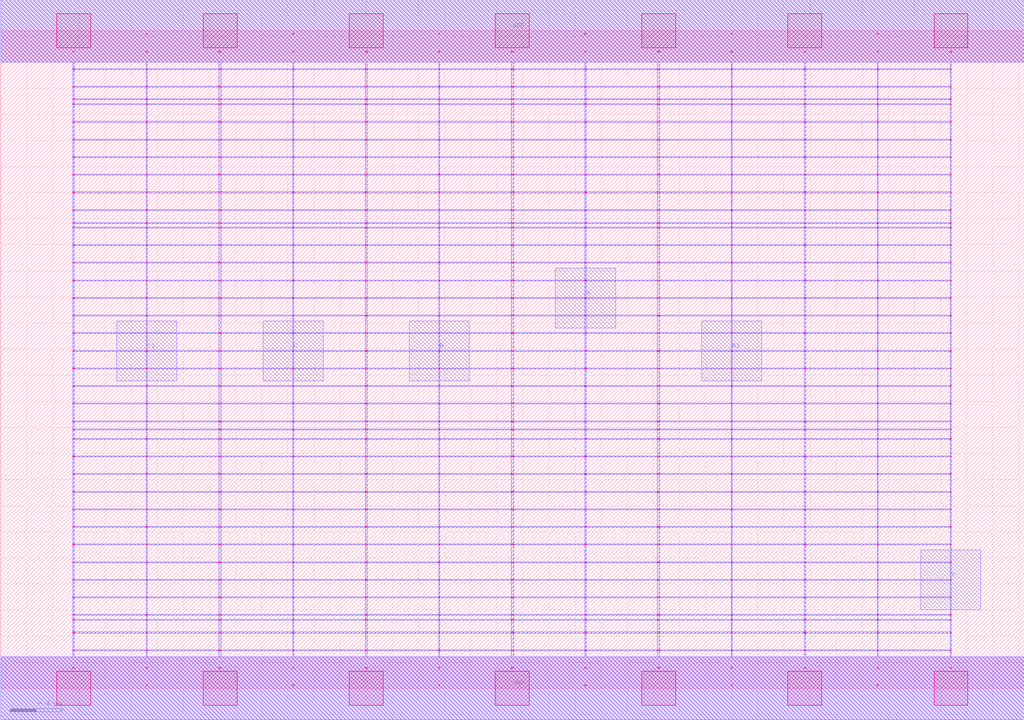
<source format=lef>
MACRO AOAI212_DEBUG
 CLASS CORE ;
 FOREIGN AOAI212_DEBUG 0 0 ;
 SIZE 7.84 BY 5.04 ;
 ORIGIN 0 0 ;
 SYMMETRY X Y R90 ;
 SITE unit ;
  PIN VDD
   DIRECTION INOUT ;
   USE SIGNAL ;
   SHAPE ABUTMENT ;
    PORT
     CLASS CORE ;
       LAYER met1 ;
        RECT 0.00000000 4.80000000 7.84000000 5.28000000 ;
       LAYER met2 ;
        RECT 0.00000000 4.80000000 7.84000000 5.28000000 ;
    END
  END VDD

  PIN GND
   DIRECTION INOUT ;
   USE SIGNAL ;
   SHAPE ABUTMENT ;
    PORT
     CLASS CORE ;
       LAYER met1 ;
        RECT 0.00000000 -0.24000000 7.84000000 0.24000000 ;
       LAYER met2 ;
        RECT 0.00000000 -0.24000000 7.84000000 0.24000000 ;
    END
  END GND

  PIN Y
   DIRECTION INOUT ;
   USE SIGNAL ;
   SHAPE ABUTMENT ;
    PORT
     CLASS CORE ;
       LAYER met2 ;
        RECT 7.05000000 0.60200000 7.51000000 1.06200000 ;
    END
  END Y

  PIN B
   DIRECTION INOUT ;
   USE SIGNAL ;
   SHAPE ABUTMENT ;
    PORT
     CLASS CORE ;
       LAYER met2 ;
        RECT 3.13000000 2.35700000 3.59000000 2.81700000 ;
    END
  END B

  PIN A1
   DIRECTION INOUT ;
   USE SIGNAL ;
   SHAPE ABUTMENT ;
    PORT
     CLASS CORE ;
       LAYER met2 ;
        RECT 5.37000000 2.35700000 5.83000000 2.81700000 ;
    END
  END A1

  PIN C
   DIRECTION INOUT ;
   USE SIGNAL ;
   SHAPE ABUTMENT ;
    PORT
     CLASS CORE ;
       LAYER met2 ;
        RECT 2.01000000 2.35700000 2.47000000 2.81700000 ;
    END
  END C

  PIN A
   DIRECTION INOUT ;
   USE SIGNAL ;
   SHAPE ABUTMENT ;
    PORT
     CLASS CORE ;
       LAYER met2 ;
        RECT 4.25000000 2.76200000 4.71000000 3.22200000 ;
    END
  END A

  PIN C1
   DIRECTION INOUT ;
   USE SIGNAL ;
   SHAPE ABUTMENT ;
    PORT
     CLASS CORE ;
       LAYER met2 ;
        RECT 0.89000000 2.35700000 1.35000000 2.81700000 ;
    END
  END C1

 OBS
    LAYER polycont ;
     RECT 3.91100000 2.58300000 3.92900000 2.59100000 ;
     RECT 3.91100000 2.71800000 3.92900000 2.72600000 ;
     RECT 3.91100000 2.85300000 3.92900000 2.86100000 ;
     RECT 3.91100000 2.98800000 3.92900000 2.99600000 ;
     RECT 6.15600000 2.58300000 6.16900000 2.59100000 ;
     RECT 6.71600000 2.58300000 6.72400000 2.59100000 ;
     RECT 7.27600000 2.58300000 7.28400000 2.59100000 ;
     RECT 4.47600000 2.58300000 4.48400000 2.59100000 ;
     RECT 4.47600000 2.71800000 4.48400000 2.72600000 ;
     RECT 5.03100000 2.71800000 5.04900000 2.72600000 ;
     RECT 5.59600000 2.71800000 5.60400000 2.72600000 ;
     RECT 6.15600000 2.71800000 6.16900000 2.72600000 ;
     RECT 6.71600000 2.71800000 6.72400000 2.72600000 ;
     RECT 7.27600000 2.71800000 7.28400000 2.72600000 ;
     RECT 5.03100000 2.58300000 5.04900000 2.59100000 ;
     RECT 4.47600000 2.85300000 4.48400000 2.86100000 ;
     RECT 5.03100000 2.85300000 5.04900000 2.86100000 ;
     RECT 5.59600000 2.85300000 5.60400000 2.86100000 ;
     RECT 6.15600000 2.85300000 6.16900000 2.86100000 ;
     RECT 6.71600000 2.85300000 6.72400000 2.86100000 ;
     RECT 7.27600000 2.85300000 7.28400000 2.86100000 ;
     RECT 5.59600000 2.58300000 5.60400000 2.59100000 ;
     RECT 4.47600000 2.98800000 4.48400000 2.99600000 ;
     RECT 5.03100000 2.98800000 5.04900000 2.99600000 ;
     RECT 5.59600000 2.98800000 5.60400000 2.99600000 ;
     RECT 6.15600000 2.98800000 6.16900000 2.99600000 ;
     RECT 6.71600000 2.98800000 6.72400000 2.99600000 ;
     RECT 7.27600000 2.98800000 7.28400000 2.99600000 ;
     RECT 6.71600000 3.12300000 6.72400000 3.13100000 ;
     RECT 7.27600000 3.12300000 7.28400000 3.13100000 ;
     RECT 6.71600000 3.25800000 6.72400000 3.26600000 ;
     RECT 7.27600000 3.25800000 7.28400000 3.26600000 ;
     RECT 6.71600000 3.39300000 6.72400000 3.40100000 ;
     RECT 7.27600000 3.39300000 7.28400000 3.40100000 ;
     RECT 6.71600000 3.52800000 6.72400000 3.53600000 ;
     RECT 7.27600000 3.52800000 7.28400000 3.53600000 ;
     RECT 6.71600000 3.56100000 6.72400000 3.56900000 ;
     RECT 7.27600000 3.56100000 7.28400000 3.56900000 ;
     RECT 6.71600000 3.66300000 6.72400000 3.67100000 ;
     RECT 7.27600000 3.66300000 7.28400000 3.67100000 ;
     RECT 6.71600000 3.79800000 6.72400000 3.80600000 ;
     RECT 7.27600000 3.79800000 7.28400000 3.80600000 ;
     RECT 6.71600000 3.93300000 6.72400000 3.94100000 ;
     RECT 7.27600000 3.93300000 7.28400000 3.94100000 ;
     RECT 6.71600000 4.06800000 6.72400000 4.07600000 ;
     RECT 7.27600000 4.06800000 7.28400000 4.07600000 ;
     RECT 6.71600000 4.20300000 6.72400000 4.21100000 ;
     RECT 7.27600000 4.20300000 7.28400000 4.21100000 ;
     RECT 6.71600000 4.33800000 6.72400000 4.34600000 ;
     RECT 7.27600000 4.33800000 7.28400000 4.34600000 ;
     RECT 6.71600000 4.47300000 6.72400000 4.48100000 ;
     RECT 7.27600000 4.47300000 7.28400000 4.48100000 ;
     RECT 6.71600000 4.51100000 6.72400000 4.51900000 ;
     RECT 7.27600000 4.51100000 7.28400000 4.51900000 ;
     RECT 6.71600000 4.60800000 6.72400000 4.61600000 ;
     RECT 7.27600000 4.60800000 7.28400000 4.61600000 ;
     RECT 6.71600000 4.74300000 6.72400000 4.75100000 ;
     RECT 7.27600000 4.74300000 7.28400000 4.75100000 ;
     RECT 6.71600000 4.87800000 6.72400000 4.88600000 ;
     RECT 7.27600000 4.87800000 7.28400000 4.88600000 ;
     RECT 3.35600000 2.71800000 3.36400000 2.72600000 ;
     RECT 1.11600000 2.58300000 1.12400000 2.59100000 ;
     RECT 1.67100000 2.58300000 1.68900000 2.59100000 ;
     RECT 0.55100000 2.98800000 0.56400000 2.99600000 ;
     RECT 1.11600000 2.98800000 1.12400000 2.99600000 ;
     RECT 1.67100000 2.98800000 1.68900000 2.99600000 ;
     RECT 2.23600000 2.98800000 2.24400000 2.99600000 ;
     RECT 2.79100000 2.98800000 2.80900000 2.99600000 ;
     RECT 3.35600000 2.98800000 3.36400000 2.99600000 ;
     RECT 2.23600000 2.58300000 2.24400000 2.59100000 ;
     RECT 2.79100000 2.58300000 2.80900000 2.59100000 ;
     RECT 3.35600000 2.58300000 3.36400000 2.59100000 ;
     RECT 0.55100000 2.58300000 0.56400000 2.59100000 ;
     RECT 0.55100000 2.71800000 0.56400000 2.72600000 ;
     RECT 0.55100000 2.85300000 0.56400000 2.86100000 ;
     RECT 1.11600000 2.85300000 1.12400000 2.86100000 ;
     RECT 1.67100000 2.85300000 1.68900000 2.86100000 ;
     RECT 2.23600000 2.85300000 2.24400000 2.86100000 ;
     RECT 2.79100000 2.85300000 2.80900000 2.86100000 ;
     RECT 3.35600000 2.85300000 3.36400000 2.86100000 ;
     RECT 1.11600000 2.71800000 1.12400000 2.72600000 ;
     RECT 1.67100000 2.71800000 1.68900000 2.72600000 ;
     RECT 2.23600000 2.71800000 2.24400000 2.72600000 ;
     RECT 2.79100000 2.71800000 2.80900000 2.72600000 ;
     RECT 4.47600000 0.55800000 4.48400000 0.56600000 ;
     RECT 4.47600000 0.69300000 4.48400000 0.70100000 ;
     RECT 4.47600000 0.82800000 4.48400000 0.83600000 ;
     RECT 4.47600000 0.96300000 4.48400000 0.97100000 ;
     RECT 4.47600000 1.09800000 4.48400000 1.10600000 ;
     RECT 4.47600000 1.23300000 4.48400000 1.24100000 ;
     RECT 4.47600000 1.36800000 4.48400000 1.37600000 ;
     RECT 4.47600000 1.50300000 4.48400000 1.51100000 ;
     RECT 4.47600000 1.63800000 4.48400000 1.64600000 ;
     RECT 4.47600000 1.77300000 4.48400000 1.78100000 ;
     RECT 4.47600000 1.90800000 4.48400000 1.91600000 ;
     RECT 4.47600000 1.98100000 4.48400000 1.98900000 ;
     RECT 4.47600000 2.04300000 4.48400000 2.05100000 ;
     RECT 4.47600000 2.17800000 4.48400000 2.18600000 ;
     RECT 4.47600000 2.31300000 4.48400000 2.32100000 ;
     RECT 4.47600000 2.44800000 4.48400000 2.45600000 ;
     RECT 4.47600000 0.15300000 4.48400000 0.16100000 ;
     RECT 4.47600000 0.28800000 4.48400000 0.29600000 ;
     RECT 4.47600000 0.42300000 4.48400000 0.43100000 ;
     RECT 4.47600000 0.52100000 4.48400000 0.52900000 ;

    LAYER pdiffc ;
     RECT 0.55100000 3.39300000 0.55900000 3.40100000 ;
     RECT 6.16100000 3.39300000 6.16900000 3.40100000 ;
     RECT 0.55100000 3.52800000 0.55900000 3.53600000 ;
     RECT 6.16100000 3.52800000 6.16900000 3.53600000 ;
     RECT 0.55100000 3.56100000 0.55900000 3.56900000 ;
     RECT 6.16100000 3.56100000 6.16900000 3.56900000 ;
     RECT 0.55100000 3.66300000 0.55900000 3.67100000 ;
     RECT 6.16100000 3.66300000 6.16900000 3.67100000 ;
     RECT 0.55100000 3.79800000 0.55900000 3.80600000 ;
     RECT 6.16100000 3.79800000 6.16900000 3.80600000 ;
     RECT 0.55100000 3.93300000 0.55900000 3.94100000 ;
     RECT 6.16100000 3.93300000 6.16900000 3.94100000 ;
     RECT 0.55100000 4.06800000 0.55900000 4.07600000 ;
     RECT 6.16100000 4.06800000 6.16900000 4.07600000 ;
     RECT 0.55100000 4.20300000 0.55900000 4.21100000 ;
     RECT 6.16100000 4.20300000 6.16900000 4.21100000 ;
     RECT 0.55100000 4.33800000 0.55900000 4.34600000 ;
     RECT 6.16100000 4.33800000 6.16900000 4.34600000 ;
     RECT 0.55100000 4.47300000 0.55900000 4.48100000 ;
     RECT 6.16100000 4.47300000 6.16900000 4.48100000 ;
     RECT 0.55100000 4.51100000 0.55900000 4.51900000 ;
     RECT 6.16100000 4.51100000 6.16900000 4.51900000 ;
     RECT 0.55100000 4.60800000 0.55900000 4.61600000 ;
     RECT 6.16100000 4.60800000 6.16900000 4.61600000 ;

    LAYER ndiffc ;
     RECT 3.91100000 0.42300000 3.92900000 0.43100000 ;
     RECT 3.91100000 0.52100000 3.92900000 0.52900000 ;
     RECT 3.91100000 0.55800000 3.92900000 0.56600000 ;
     RECT 3.91100000 0.69300000 3.92900000 0.70100000 ;
     RECT 3.91100000 0.82800000 3.92900000 0.83600000 ;
     RECT 3.91100000 0.96300000 3.92900000 0.97100000 ;
     RECT 3.91100000 1.09800000 3.92900000 1.10600000 ;
     RECT 3.91100000 1.23300000 3.92900000 1.24100000 ;
     RECT 3.91100000 1.36800000 3.92900000 1.37600000 ;
     RECT 3.91100000 1.50300000 3.92900000 1.51100000 ;
     RECT 3.91100000 1.63800000 3.92900000 1.64600000 ;
     RECT 3.91100000 1.77300000 3.92900000 1.78100000 ;
     RECT 3.91100000 1.90800000 3.92900000 1.91600000 ;
     RECT 3.91100000 1.98100000 3.92900000 1.98900000 ;
     RECT 3.91100000 2.04300000 3.92900000 2.05100000 ;
     RECT 7.27600000 0.69300000 7.28400000 0.70100000 ;
     RECT 5.03100000 0.42300000 5.04900000 0.43100000 ;
     RECT 5.03100000 0.82800000 5.04900000 0.83600000 ;
     RECT 6.15600000 0.82800000 6.16900000 0.83600000 ;
     RECT 7.27600000 0.82800000 7.28400000 0.83600000 ;
     RECT 5.03100000 0.52100000 5.04900000 0.52900000 ;
     RECT 5.03100000 0.96300000 5.04900000 0.97100000 ;
     RECT 6.15600000 0.96300000 6.16900000 0.97100000 ;
     RECT 7.27600000 0.96300000 7.28400000 0.97100000 ;
     RECT 6.15600000 0.52100000 6.16900000 0.52900000 ;
     RECT 5.03100000 1.09800000 5.04900000 1.10600000 ;
     RECT 6.15600000 1.09800000 6.16900000 1.10600000 ;
     RECT 7.27600000 1.09800000 7.28400000 1.10600000 ;
     RECT 7.27600000 0.52100000 7.28400000 0.52900000 ;
     RECT 5.03100000 1.23300000 5.04900000 1.24100000 ;
     RECT 6.15600000 1.23300000 6.16900000 1.24100000 ;
     RECT 7.27600000 1.23300000 7.28400000 1.24100000 ;
     RECT 6.15600000 0.42300000 6.16900000 0.43100000 ;
     RECT 5.03100000 1.36800000 5.04900000 1.37600000 ;
     RECT 6.15600000 1.36800000 6.16900000 1.37600000 ;
     RECT 7.27600000 1.36800000 7.28400000 1.37600000 ;
     RECT 5.03100000 0.55800000 5.04900000 0.56600000 ;
     RECT 5.03100000 1.50300000 5.04900000 1.51100000 ;
     RECT 6.15600000 1.50300000 6.16900000 1.51100000 ;
     RECT 7.27600000 1.50300000 7.28400000 1.51100000 ;
     RECT 6.15600000 0.55800000 6.16900000 0.56600000 ;
     RECT 5.03100000 1.63800000 5.04900000 1.64600000 ;
     RECT 6.15600000 1.63800000 6.16900000 1.64600000 ;
     RECT 7.27600000 1.63800000 7.28400000 1.64600000 ;
     RECT 7.27600000 0.55800000 7.28400000 0.56600000 ;
     RECT 5.03100000 1.77300000 5.04900000 1.78100000 ;
     RECT 6.15600000 1.77300000 6.16900000 1.78100000 ;
     RECT 7.27600000 1.77300000 7.28400000 1.78100000 ;
     RECT 7.27600000 0.42300000 7.28400000 0.43100000 ;
     RECT 5.03100000 1.90800000 5.04900000 1.91600000 ;
     RECT 6.15600000 1.90800000 6.16900000 1.91600000 ;
     RECT 7.27600000 1.90800000 7.28400000 1.91600000 ;
     RECT 5.03100000 0.69300000 5.04900000 0.70100000 ;
     RECT 5.03100000 1.98100000 5.04900000 1.98900000 ;
     RECT 6.15600000 1.98100000 6.16900000 1.98900000 ;
     RECT 7.27600000 1.98100000 7.28400000 1.98900000 ;
     RECT 6.15600000 0.69300000 6.16900000 0.70100000 ;
     RECT 5.03100000 2.04300000 5.04900000 2.05100000 ;
     RECT 6.15600000 2.04300000 6.16900000 2.05100000 ;
     RECT 7.27600000 2.04300000 7.28400000 2.05100000 ;
     RECT 2.79100000 0.52100000 2.80900000 0.52900000 ;
     RECT 1.67100000 0.42300000 1.68900000 0.43100000 ;
     RECT 0.55100000 0.96300000 0.56400000 0.97100000 ;
     RECT 0.55100000 1.50300000 0.56400000 1.51100000 ;
     RECT 1.67100000 1.50300000 1.68900000 1.51100000 ;
     RECT 2.79100000 1.50300000 2.80900000 1.51100000 ;
     RECT 1.67100000 0.96300000 1.68900000 0.97100000 ;
     RECT 2.79100000 0.96300000 2.80900000 0.97100000 ;
     RECT 2.79100000 0.42300000 2.80900000 0.43100000 ;
     RECT 0.55100000 0.69300000 0.56400000 0.70100000 ;
     RECT 0.55100000 1.63800000 0.56400000 1.64600000 ;
     RECT 1.67100000 1.63800000 1.68900000 1.64600000 ;
     RECT 2.79100000 1.63800000 2.80900000 1.64600000 ;
     RECT 1.67100000 0.69300000 1.68900000 0.70100000 ;
     RECT 2.79100000 0.69300000 2.80900000 0.70100000 ;
     RECT 0.55100000 1.09800000 0.56400000 1.10600000 ;
     RECT 1.67100000 1.09800000 1.68900000 1.10600000 ;
     RECT 0.55100000 1.77300000 0.56400000 1.78100000 ;
     RECT 1.67100000 1.77300000 1.68900000 1.78100000 ;
     RECT 2.79100000 1.77300000 2.80900000 1.78100000 ;
     RECT 2.79100000 1.09800000 2.80900000 1.10600000 ;
     RECT 0.55100000 0.42300000 0.56400000 0.43100000 ;
     RECT 0.55100000 0.52100000 0.56400000 0.52900000 ;
     RECT 0.55100000 0.55800000 0.56400000 0.56600000 ;
     RECT 0.55100000 1.90800000 0.56400000 1.91600000 ;
     RECT 1.67100000 1.90800000 1.68900000 1.91600000 ;
     RECT 2.79100000 1.90800000 2.80900000 1.91600000 ;
     RECT 1.67100000 0.55800000 1.68900000 0.56600000 ;
     RECT 0.55100000 1.23300000 0.56400000 1.24100000 ;
     RECT 1.67100000 1.23300000 1.68900000 1.24100000 ;
     RECT 2.79100000 1.23300000 2.80900000 1.24100000 ;
     RECT 0.55100000 1.98100000 0.56400000 1.98900000 ;
     RECT 1.67100000 1.98100000 1.68900000 1.98900000 ;
     RECT 2.79100000 1.98100000 2.80900000 1.98900000 ;
     RECT 0.55100000 0.82800000 0.56400000 0.83600000 ;
     RECT 1.67100000 0.82800000 1.68900000 0.83600000 ;
     RECT 2.79100000 0.82800000 2.80900000 0.83600000 ;
     RECT 2.79100000 0.55800000 2.80900000 0.56600000 ;
     RECT 0.55100000 2.04300000 0.56400000 2.05100000 ;
     RECT 1.67100000 2.04300000 1.68900000 2.05100000 ;
     RECT 2.79100000 2.04300000 2.80900000 2.05100000 ;
     RECT 0.55100000 1.36800000 0.56400000 1.37600000 ;
     RECT 1.67100000 1.36800000 1.68900000 1.37600000 ;
     RECT 2.79100000 1.36800000 2.80900000 1.37600000 ;
     RECT 1.67100000 0.52100000 1.68900000 0.52900000 ;

    LAYER met1 ;
     RECT 0.00000000 -0.24000000 7.84000000 0.24000000 ;
     RECT 3.91100000 0.24000000 3.92900000 0.28800000 ;
     RECT 0.55100000 0.28800000 7.28400000 0.29600000 ;
     RECT 3.91100000 0.29600000 3.92900000 0.42300000 ;
     RECT 0.55100000 0.42300000 7.28400000 0.43100000 ;
     RECT 3.91100000 0.43100000 3.92900000 0.52100000 ;
     RECT 0.55100000 0.52100000 7.28400000 0.52900000 ;
     RECT 3.91100000 0.52900000 3.92900000 0.55800000 ;
     RECT 0.55100000 0.55800000 7.28400000 0.56600000 ;
     RECT 3.91100000 0.56600000 3.92900000 0.69300000 ;
     RECT 0.55100000 0.69300000 7.28400000 0.70100000 ;
     RECT 3.91100000 0.70100000 3.92900000 0.82800000 ;
     RECT 0.55100000 0.82800000 7.28400000 0.83600000 ;
     RECT 3.91100000 0.83600000 3.92900000 0.96300000 ;
     RECT 0.55100000 0.96300000 7.28400000 0.97100000 ;
     RECT 3.91100000 0.97100000 3.92900000 1.09800000 ;
     RECT 0.55100000 1.09800000 7.28400000 1.10600000 ;
     RECT 3.91100000 1.10600000 3.92900000 1.23300000 ;
     RECT 0.55100000 1.23300000 7.28400000 1.24100000 ;
     RECT 3.91100000 1.24100000 3.92900000 1.36800000 ;
     RECT 0.55100000 1.36800000 7.28400000 1.37600000 ;
     RECT 3.91100000 1.37600000 3.92900000 1.50300000 ;
     RECT 0.55100000 1.50300000 7.28400000 1.51100000 ;
     RECT 3.91100000 1.51100000 3.92900000 1.63800000 ;
     RECT 0.55100000 1.63800000 7.28400000 1.64600000 ;
     RECT 3.91100000 1.64600000 3.92900000 1.77300000 ;
     RECT 0.55100000 1.77300000 7.28400000 1.78100000 ;
     RECT 3.91100000 1.78100000 3.92900000 1.90800000 ;
     RECT 0.55100000 1.90800000 7.28400000 1.91600000 ;
     RECT 3.91100000 1.91600000 3.92900000 1.98100000 ;
     RECT 0.55100000 1.98100000 7.28400000 1.98900000 ;
     RECT 3.91100000 1.98900000 3.92900000 2.04300000 ;
     RECT 0.55100000 2.04300000 7.28400000 2.05100000 ;
     RECT 3.91100000 2.05100000 3.92900000 2.17800000 ;
     RECT 0.55100000 2.17800000 7.28400000 2.18600000 ;
     RECT 3.91100000 2.18600000 3.92900000 2.31300000 ;
     RECT 0.55100000 2.31300000 7.28400000 2.32100000 ;
     RECT 3.91100000 2.32100000 3.92900000 2.44800000 ;
     RECT 0.55100000 2.44800000 7.28400000 2.45600000 ;
     RECT 0.55100000 2.45600000 0.56400000 2.58300000 ;
     RECT 1.11600000 2.45600000 1.12400000 2.58300000 ;
     RECT 1.67100000 2.45600000 1.68900000 2.58300000 ;
     RECT 2.23600000 2.45600000 2.24400000 2.58300000 ;
     RECT 2.79100000 2.45600000 2.80900000 2.58300000 ;
     RECT 3.35600000 2.45600000 3.36400000 2.58300000 ;
     RECT 3.91100000 2.45600000 3.92900000 2.58300000 ;
     RECT 4.47600000 2.45600000 4.48400000 2.58300000 ;
     RECT 5.03100000 2.45600000 5.04900000 2.58300000 ;
     RECT 5.59600000 2.45600000 5.60400000 2.58300000 ;
     RECT 6.15600000 2.45600000 6.16900000 2.58300000 ;
     RECT 6.71600000 2.45600000 6.72400000 2.58300000 ;
     RECT 7.27600000 2.45600000 7.28400000 2.58300000 ;
     RECT 0.55100000 2.58300000 7.28400000 2.59100000 ;
     RECT 3.91100000 2.59100000 3.92900000 2.71800000 ;
     RECT 0.55100000 2.71800000 7.28400000 2.72600000 ;
     RECT 3.91100000 2.72600000 3.92900000 2.85300000 ;
     RECT 0.55100000 2.85300000 7.28400000 2.86100000 ;
     RECT 3.91100000 2.86100000 3.92900000 2.98800000 ;
     RECT 0.55100000 2.98800000 7.28400000 2.99600000 ;
     RECT 3.91100000 2.99600000 3.92900000 3.12300000 ;
     RECT 0.55100000 3.12300000 7.28400000 3.13100000 ;
     RECT 3.91100000 3.13100000 3.92900000 3.25800000 ;
     RECT 0.55100000 3.25800000 7.28400000 3.26600000 ;
     RECT 3.91100000 3.26600000 3.92900000 3.39300000 ;
     RECT 0.55100000 3.39300000 7.28400000 3.40100000 ;
     RECT 3.91100000 3.40100000 3.92900000 3.52800000 ;
     RECT 0.55100000 3.52800000 7.28400000 3.53600000 ;
     RECT 3.91100000 3.53600000 3.92900000 3.56100000 ;
     RECT 0.55100000 3.56100000 7.28400000 3.56900000 ;
     RECT 3.91100000 3.56900000 3.92900000 3.66300000 ;
     RECT 0.55100000 3.66300000 7.28400000 3.67100000 ;
     RECT 3.91100000 3.67100000 3.92900000 3.79800000 ;
     RECT 0.55100000 3.79800000 7.28400000 3.80600000 ;
     RECT 3.91100000 3.80600000 3.92900000 3.93300000 ;
     RECT 0.55100000 3.93300000 7.28400000 3.94100000 ;
     RECT 3.91100000 3.94100000 3.92900000 4.06800000 ;
     RECT 0.55100000 4.06800000 7.28400000 4.07600000 ;
     RECT 3.91100000 4.07600000 3.92900000 4.20300000 ;
     RECT 0.55100000 4.20300000 7.28400000 4.21100000 ;
     RECT 3.91100000 4.21100000 3.92900000 4.33800000 ;
     RECT 0.55100000 4.33800000 7.28400000 4.34600000 ;
     RECT 3.91100000 4.34600000 3.92900000 4.47300000 ;
     RECT 0.55100000 4.47300000 7.28400000 4.48100000 ;
     RECT 3.91100000 4.48100000 3.92900000 4.51100000 ;
     RECT 0.55100000 4.51100000 7.28400000 4.51900000 ;
     RECT 3.91100000 4.51900000 3.92900000 4.60800000 ;
     RECT 0.55100000 4.60800000 7.28400000 4.61600000 ;
     RECT 3.91100000 4.61600000 3.92900000 4.74300000 ;
     RECT 0.55100000 4.74300000 7.28400000 4.75100000 ;
     RECT 3.91100000 4.75100000 3.92900000 4.80000000 ;
     RECT 0.00000000 4.80000000 7.84000000 5.28000000 ;
     RECT 4.47600000 3.80600000 4.48400000 3.93300000 ;
     RECT 5.03100000 3.80600000 5.04900000 3.93300000 ;
     RECT 5.59600000 3.80600000 5.60400000 3.93300000 ;
     RECT 6.15600000 3.80600000 6.16900000 3.93300000 ;
     RECT 6.71600000 3.80600000 6.72400000 3.93300000 ;
     RECT 7.27600000 3.80600000 7.28400000 3.93300000 ;
     RECT 6.15600000 3.94100000 6.16900000 4.06800000 ;
     RECT 6.71600000 3.94100000 6.72400000 4.06800000 ;
     RECT 7.27600000 3.94100000 7.28400000 4.06800000 ;
     RECT 6.15600000 4.07600000 6.16900000 4.20300000 ;
     RECT 6.71600000 4.07600000 6.72400000 4.20300000 ;
     RECT 7.27600000 4.07600000 7.28400000 4.20300000 ;
     RECT 6.15600000 4.21100000 6.16900000 4.33800000 ;
     RECT 6.71600000 4.21100000 6.72400000 4.33800000 ;
     RECT 7.27600000 4.21100000 7.28400000 4.33800000 ;
     RECT 6.15600000 4.34600000 6.16900000 4.47300000 ;
     RECT 6.71600000 4.34600000 6.72400000 4.47300000 ;
     RECT 7.27600000 4.34600000 7.28400000 4.47300000 ;
     RECT 6.15600000 4.48100000 6.16900000 4.51100000 ;
     RECT 6.71600000 4.48100000 6.72400000 4.51100000 ;
     RECT 7.27600000 4.48100000 7.28400000 4.51100000 ;
     RECT 6.15600000 4.51900000 6.16900000 4.60800000 ;
     RECT 6.71600000 4.51900000 6.72400000 4.60800000 ;
     RECT 7.27600000 4.51900000 7.28400000 4.60800000 ;
     RECT 6.15600000 4.61600000 6.16900000 4.74300000 ;
     RECT 6.71600000 4.61600000 6.72400000 4.74300000 ;
     RECT 7.27600000 4.61600000 7.28400000 4.74300000 ;
     RECT 6.15600000 4.75100000 6.16900000 4.80000000 ;
     RECT 6.71600000 4.75100000 6.72400000 4.80000000 ;
     RECT 7.27600000 4.75100000 7.28400000 4.80000000 ;
     RECT 4.47600000 4.48100000 4.48400000 4.51100000 ;
     RECT 5.03100000 4.48100000 5.04900000 4.51100000 ;
     RECT 5.59600000 4.48100000 5.60400000 4.51100000 ;
     RECT 4.47600000 4.21100000 4.48400000 4.33800000 ;
     RECT 5.03100000 4.21100000 5.04900000 4.33800000 ;
     RECT 5.59600000 4.21100000 5.60400000 4.33800000 ;
     RECT 4.47600000 4.51900000 4.48400000 4.60800000 ;
     RECT 5.03100000 4.51900000 5.04900000 4.60800000 ;
     RECT 5.59600000 4.51900000 5.60400000 4.60800000 ;
     RECT 4.47600000 4.07600000 4.48400000 4.20300000 ;
     RECT 5.03100000 4.07600000 5.04900000 4.20300000 ;
     RECT 5.59600000 4.07600000 5.60400000 4.20300000 ;
     RECT 4.47600000 4.61600000 4.48400000 4.74300000 ;
     RECT 5.03100000 4.61600000 5.04900000 4.74300000 ;
     RECT 5.59600000 4.61600000 5.60400000 4.74300000 ;
     RECT 4.47600000 4.34600000 4.48400000 4.47300000 ;
     RECT 5.03100000 4.34600000 5.04900000 4.47300000 ;
     RECT 5.59600000 4.34600000 5.60400000 4.47300000 ;
     RECT 4.47600000 4.75100000 4.48400000 4.80000000 ;
     RECT 5.03100000 4.75100000 5.04900000 4.80000000 ;
     RECT 5.59600000 4.75100000 5.60400000 4.80000000 ;
     RECT 4.47600000 3.94100000 4.48400000 4.06800000 ;
     RECT 5.03100000 3.94100000 5.04900000 4.06800000 ;
     RECT 5.59600000 3.94100000 5.60400000 4.06800000 ;
     RECT 5.03100000 3.40100000 5.04900000 3.52800000 ;
     RECT 5.59600000 3.40100000 5.60400000 3.52800000 ;
     RECT 4.47600000 3.53600000 4.48400000 3.56100000 ;
     RECT 5.03100000 3.53600000 5.04900000 3.56100000 ;
     RECT 5.59600000 3.53600000 5.60400000 3.56100000 ;
     RECT 5.59600000 2.59100000 5.60400000 2.71800000 ;
     RECT 4.47600000 3.56900000 4.48400000 3.66300000 ;
     RECT 4.47600000 2.59100000 4.48400000 2.71800000 ;
     RECT 5.03100000 2.59100000 5.04900000 2.71800000 ;
     RECT 5.03100000 3.56900000 5.04900000 3.66300000 ;
     RECT 5.59600000 3.56900000 5.60400000 3.66300000 ;
     RECT 4.47600000 2.86100000 4.48400000 2.98800000 ;
     RECT 5.03100000 2.86100000 5.04900000 2.98800000 ;
     RECT 4.47600000 2.99600000 4.48400000 3.12300000 ;
     RECT 5.03100000 2.99600000 5.04900000 3.12300000 ;
     RECT 4.47600000 3.13100000 4.48400000 3.25800000 ;
     RECT 5.03100000 3.13100000 5.04900000 3.25800000 ;
     RECT 4.47600000 3.67100000 4.48400000 3.79800000 ;
     RECT 5.03100000 3.67100000 5.04900000 3.79800000 ;
     RECT 5.59600000 3.67100000 5.60400000 3.79800000 ;
     RECT 5.59600000 2.86100000 5.60400000 2.98800000 ;
     RECT 4.47600000 2.72600000 4.48400000 2.85300000 ;
     RECT 5.03100000 2.72600000 5.04900000 2.85300000 ;
     RECT 5.59600000 3.13100000 5.60400000 3.25800000 ;
     RECT 5.59600000 2.99600000 5.60400000 3.12300000 ;
     RECT 4.47600000 3.26600000 4.48400000 3.39300000 ;
     RECT 5.03100000 3.26600000 5.04900000 3.39300000 ;
     RECT 5.59600000 3.26600000 5.60400000 3.39300000 ;
     RECT 5.59600000 2.72600000 5.60400000 2.85300000 ;
     RECT 4.47600000 3.40100000 4.48400000 3.52800000 ;
     RECT 7.27600000 3.40100000 7.28400000 3.52800000 ;
     RECT 6.71600000 2.59100000 6.72400000 2.71800000 ;
     RECT 7.27600000 2.59100000 7.28400000 2.71800000 ;
     RECT 6.71600000 2.72600000 6.72400000 2.85300000 ;
     RECT 7.27600000 2.72600000 7.28400000 2.85300000 ;
     RECT 7.27600000 3.13100000 7.28400000 3.25800000 ;
     RECT 6.15600000 2.72600000 6.16900000 2.85300000 ;
     RECT 6.15600000 3.67100000 6.16900000 3.79800000 ;
     RECT 6.71600000 3.67100000 6.72400000 3.79800000 ;
     RECT 7.27600000 3.67100000 7.28400000 3.79800000 ;
     RECT 6.15600000 3.26600000 6.16900000 3.39300000 ;
     RECT 6.15600000 2.86100000 6.16900000 2.98800000 ;
     RECT 6.15600000 3.53600000 6.16900000 3.56100000 ;
     RECT 6.71600000 3.53600000 6.72400000 3.56100000 ;
     RECT 7.27600000 3.53600000 7.28400000 3.56100000 ;
     RECT 6.71600000 3.26600000 6.72400000 3.39300000 ;
     RECT 6.15600000 2.59100000 6.16900000 2.71800000 ;
     RECT 7.27600000 3.26600000 7.28400000 3.39300000 ;
     RECT 6.15600000 2.99600000 6.16900000 3.12300000 ;
     RECT 6.71600000 2.86100000 6.72400000 2.98800000 ;
     RECT 7.27600000 2.86100000 7.28400000 2.98800000 ;
     RECT 6.15600000 3.40100000 6.16900000 3.52800000 ;
     RECT 6.15600000 3.13100000 6.16900000 3.25800000 ;
     RECT 6.71600000 3.40100000 6.72400000 3.52800000 ;
     RECT 6.15600000 3.56900000 6.16900000 3.66300000 ;
     RECT 6.71600000 3.56900000 6.72400000 3.66300000 ;
     RECT 6.71600000 2.99600000 6.72400000 3.12300000 ;
     RECT 7.27600000 2.99600000 7.28400000 3.12300000 ;
     RECT 7.27600000 3.56900000 7.28400000 3.66300000 ;
     RECT 6.71600000 3.13100000 6.72400000 3.25800000 ;
     RECT 0.55100000 3.80600000 0.56400000 3.93300000 ;
     RECT 1.11600000 3.80600000 1.12400000 3.93300000 ;
     RECT 1.67100000 3.80600000 1.68900000 3.93300000 ;
     RECT 2.23600000 3.80600000 2.24400000 3.93300000 ;
     RECT 2.79100000 3.80600000 2.80900000 3.93300000 ;
     RECT 3.35600000 3.80600000 3.36400000 3.93300000 ;
     RECT 2.23600000 4.21100000 2.24400000 4.33800000 ;
     RECT 2.79100000 4.21100000 2.80900000 4.33800000 ;
     RECT 3.35600000 4.21100000 3.36400000 4.33800000 ;
     RECT 2.23600000 4.34600000 2.24400000 4.47300000 ;
     RECT 2.79100000 4.34600000 2.80900000 4.47300000 ;
     RECT 3.35600000 4.34600000 3.36400000 4.47300000 ;
     RECT 2.23600000 4.48100000 2.24400000 4.51100000 ;
     RECT 2.79100000 4.48100000 2.80900000 4.51100000 ;
     RECT 3.35600000 4.48100000 3.36400000 4.51100000 ;
     RECT 2.23600000 4.51900000 2.24400000 4.60800000 ;
     RECT 2.79100000 4.51900000 2.80900000 4.60800000 ;
     RECT 3.35600000 4.51900000 3.36400000 4.60800000 ;
     RECT 2.23600000 4.61600000 2.24400000 4.74300000 ;
     RECT 2.79100000 4.61600000 2.80900000 4.74300000 ;
     RECT 3.35600000 4.61600000 3.36400000 4.74300000 ;
     RECT 2.23600000 3.94100000 2.24400000 4.06800000 ;
     RECT 2.79100000 3.94100000 2.80900000 4.06800000 ;
     RECT 3.35600000 3.94100000 3.36400000 4.06800000 ;
     RECT 2.23600000 4.07600000 2.24400000 4.20300000 ;
     RECT 2.23600000 4.75100000 2.24400000 4.80000000 ;
     RECT 2.79100000 4.75100000 2.80900000 4.80000000 ;
     RECT 3.35600000 4.75100000 3.36400000 4.80000000 ;
     RECT 2.79100000 4.07600000 2.80900000 4.20300000 ;
     RECT 3.35600000 4.07600000 3.36400000 4.20300000 ;
     RECT 0.55100000 4.51900000 0.56400000 4.60800000 ;
     RECT 1.11600000 4.51900000 1.12400000 4.60800000 ;
     RECT 1.67100000 4.51900000 1.68900000 4.60800000 ;
     RECT 0.55100000 4.07600000 0.56400000 4.20300000 ;
     RECT 1.11600000 4.07600000 1.12400000 4.20300000 ;
     RECT 1.67100000 4.07600000 1.68900000 4.20300000 ;
     RECT 0.55100000 4.61600000 0.56400000 4.74300000 ;
     RECT 1.11600000 4.61600000 1.12400000 4.74300000 ;
     RECT 1.67100000 4.61600000 1.68900000 4.74300000 ;
     RECT 0.55100000 4.34600000 0.56400000 4.47300000 ;
     RECT 1.11600000 4.34600000 1.12400000 4.47300000 ;
     RECT 1.67100000 4.34600000 1.68900000 4.47300000 ;
     RECT 0.55100000 3.94100000 0.56400000 4.06800000 ;
     RECT 1.11600000 3.94100000 1.12400000 4.06800000 ;
     RECT 1.67100000 3.94100000 1.68900000 4.06800000 ;
     RECT 0.55100000 4.48100000 0.56400000 4.51100000 ;
     RECT 0.55100000 4.75100000 0.56400000 4.80000000 ;
     RECT 1.11600000 4.75100000 1.12400000 4.80000000 ;
     RECT 1.67100000 4.75100000 1.68900000 4.80000000 ;
     RECT 1.11600000 4.48100000 1.12400000 4.51100000 ;
     RECT 1.67100000 4.48100000 1.68900000 4.51100000 ;
     RECT 0.55100000 4.21100000 0.56400000 4.33800000 ;
     RECT 1.11600000 4.21100000 1.12400000 4.33800000 ;
     RECT 1.67100000 4.21100000 1.68900000 4.33800000 ;
     RECT 1.67100000 3.13100000 1.68900000 3.25800000 ;
     RECT 0.55100000 2.86100000 0.56400000 2.98800000 ;
     RECT 1.67100000 2.86100000 1.68900000 2.98800000 ;
     RECT 0.55100000 3.53600000 0.56400000 3.56100000 ;
     RECT 1.11600000 3.53600000 1.12400000 3.56100000 ;
     RECT 1.67100000 3.67100000 1.68900000 3.79800000 ;
     RECT 1.67100000 3.26600000 1.68900000 3.39300000 ;
     RECT 1.67100000 3.53600000 1.68900000 3.56100000 ;
     RECT 1.11600000 2.86100000 1.12400000 2.98800000 ;
     RECT 0.55100000 3.56900000 0.56400000 3.66300000 ;
     RECT 1.11600000 3.56900000 1.12400000 3.66300000 ;
     RECT 1.67100000 3.56900000 1.68900000 3.66300000 ;
     RECT 1.67100000 2.72600000 1.68900000 2.85300000 ;
     RECT 0.55100000 2.99600000 0.56400000 3.12300000 ;
     RECT 1.11600000 2.99600000 1.12400000 3.12300000 ;
     RECT 1.67100000 3.40100000 1.68900000 3.52800000 ;
     RECT 0.55100000 2.59100000 0.56400000 2.71800000 ;
     RECT 1.11600000 2.59100000 1.12400000 2.71800000 ;
     RECT 0.55100000 2.72600000 0.56400000 2.85300000 ;
     RECT 1.11600000 2.72600000 1.12400000 2.85300000 ;
     RECT 0.55100000 3.13100000 0.56400000 3.25800000 ;
     RECT 1.67100000 2.59100000 1.68900000 2.71800000 ;
     RECT 0.55100000 3.26600000 0.56400000 3.39300000 ;
     RECT 1.11600000 3.26600000 1.12400000 3.39300000 ;
     RECT 0.55100000 3.67100000 0.56400000 3.79800000 ;
     RECT 1.11600000 3.67100000 1.12400000 3.79800000 ;
     RECT 1.11600000 3.13100000 1.12400000 3.25800000 ;
     RECT 1.67100000 2.99600000 1.68900000 3.12300000 ;
     RECT 0.55100000 3.40100000 0.56400000 3.52800000 ;
     RECT 1.11600000 3.40100000 1.12400000 3.52800000 ;
     RECT 2.79100000 3.26600000 2.80900000 3.39300000 ;
     RECT 3.35600000 3.26600000 3.36400000 3.39300000 ;
     RECT 2.23600000 3.40100000 2.24400000 3.52800000 ;
     RECT 2.23600000 3.53600000 2.24400000 3.56100000 ;
     RECT 2.79100000 3.53600000 2.80900000 3.56100000 ;
     RECT 2.79100000 2.72600000 2.80900000 2.85300000 ;
     RECT 3.35600000 2.72600000 3.36400000 2.85300000 ;
     RECT 3.35600000 3.53600000 3.36400000 3.56100000 ;
     RECT 2.79100000 2.59100000 2.80900000 2.71800000 ;
     RECT 3.35600000 2.59100000 3.36400000 2.71800000 ;
     RECT 2.23600000 2.59100000 2.24400000 2.71800000 ;
     RECT 2.23600000 2.86100000 2.24400000 2.98800000 ;
     RECT 2.79100000 3.40100000 2.80900000 3.52800000 ;
     RECT 2.23600000 3.13100000 2.24400000 3.25800000 ;
     RECT 2.79100000 3.13100000 2.80900000 3.25800000 ;
     RECT 2.23600000 3.56900000 2.24400000 3.66300000 ;
     RECT 2.79100000 3.56900000 2.80900000 3.66300000 ;
     RECT 3.35600000 3.56900000 3.36400000 3.66300000 ;
     RECT 3.35600000 3.13100000 3.36400000 3.25800000 ;
     RECT 2.23600000 2.72600000 2.24400000 2.85300000 ;
     RECT 2.79100000 2.86100000 2.80900000 2.98800000 ;
     RECT 3.35600000 2.86100000 3.36400000 2.98800000 ;
     RECT 2.23600000 3.67100000 2.24400000 3.79800000 ;
     RECT 2.79100000 3.67100000 2.80900000 3.79800000 ;
     RECT 3.35600000 3.67100000 3.36400000 3.79800000 ;
     RECT 2.23600000 2.99600000 2.24400000 3.12300000 ;
     RECT 2.79100000 2.99600000 2.80900000 3.12300000 ;
     RECT 3.35600000 2.99600000 3.36400000 3.12300000 ;
     RECT 3.35600000 3.40100000 3.36400000 3.52800000 ;
     RECT 2.23600000 3.26600000 2.24400000 3.39300000 ;
     RECT 0.55100000 1.10600000 0.56400000 1.23300000 ;
     RECT 1.11600000 1.10600000 1.12400000 1.23300000 ;
     RECT 1.67100000 1.10600000 1.68900000 1.23300000 ;
     RECT 2.23600000 1.10600000 2.24400000 1.23300000 ;
     RECT 2.79100000 1.10600000 2.80900000 1.23300000 ;
     RECT 3.35600000 1.10600000 3.36400000 1.23300000 ;
     RECT 2.23600000 1.78100000 2.24400000 1.90800000 ;
     RECT 2.79100000 1.78100000 2.80900000 1.90800000 ;
     RECT 3.35600000 1.78100000 3.36400000 1.90800000 ;
     RECT 2.23600000 1.91600000 2.24400000 1.98100000 ;
     RECT 2.79100000 1.91600000 2.80900000 1.98100000 ;
     RECT 3.35600000 1.91600000 3.36400000 1.98100000 ;
     RECT 2.23600000 1.98900000 2.24400000 2.04300000 ;
     RECT 2.79100000 1.98900000 2.80900000 2.04300000 ;
     RECT 3.35600000 1.98900000 3.36400000 2.04300000 ;
     RECT 2.23600000 2.05100000 2.24400000 2.17800000 ;
     RECT 2.79100000 2.05100000 2.80900000 2.17800000 ;
     RECT 3.35600000 2.05100000 3.36400000 2.17800000 ;
     RECT 2.23600000 2.18600000 2.24400000 2.31300000 ;
     RECT 2.79100000 2.18600000 2.80900000 2.31300000 ;
     RECT 3.35600000 2.18600000 3.36400000 2.31300000 ;
     RECT 2.23600000 2.32100000 2.24400000 2.44800000 ;
     RECT 2.79100000 2.32100000 2.80900000 2.44800000 ;
     RECT 3.35600000 2.32100000 3.36400000 2.44800000 ;
     RECT 2.23600000 1.51100000 2.24400000 1.63800000 ;
     RECT 2.79100000 1.51100000 2.80900000 1.63800000 ;
     RECT 3.35600000 1.51100000 3.36400000 1.63800000 ;
     RECT 2.23600000 1.64600000 2.24400000 1.77300000 ;
     RECT 2.79100000 1.64600000 2.80900000 1.77300000 ;
     RECT 3.35600000 1.64600000 3.36400000 1.77300000 ;
     RECT 2.23600000 1.24100000 2.24400000 1.36800000 ;
     RECT 2.79100000 1.24100000 2.80900000 1.36800000 ;
     RECT 3.35600000 1.24100000 3.36400000 1.36800000 ;
     RECT 2.23600000 1.37600000 2.24400000 1.50300000 ;
     RECT 2.79100000 1.37600000 2.80900000 1.50300000 ;
     RECT 3.35600000 1.37600000 3.36400000 1.50300000 ;
     RECT 1.67100000 2.18600000 1.68900000 2.31300000 ;
     RECT 1.67100000 1.91600000 1.68900000 1.98100000 ;
     RECT 1.11600000 1.64600000 1.12400000 1.77300000 ;
     RECT 0.55100000 1.78100000 0.56400000 1.90800000 ;
     RECT 0.55100000 2.32100000 0.56400000 2.44800000 ;
     RECT 1.11600000 2.32100000 1.12400000 2.44800000 ;
     RECT 1.67100000 2.32100000 1.68900000 2.44800000 ;
     RECT 1.11600000 1.78100000 1.12400000 1.90800000 ;
     RECT 0.55100000 1.98900000 0.56400000 2.04300000 ;
     RECT 1.11600000 1.98900000 1.12400000 2.04300000 ;
     RECT 1.67100000 1.98900000 1.68900000 2.04300000 ;
     RECT 1.67100000 1.78100000 1.68900000 1.90800000 ;
     RECT 1.67100000 1.64600000 1.68900000 1.77300000 ;
     RECT 1.67100000 1.51100000 1.68900000 1.63800000 ;
     RECT 0.55100000 2.05100000 0.56400000 2.17800000 ;
     RECT 1.11600000 2.05100000 1.12400000 2.17800000 ;
     RECT 0.55100000 1.24100000 0.56400000 1.36800000 ;
     RECT 1.11600000 1.24100000 1.12400000 1.36800000 ;
     RECT 1.67100000 1.24100000 1.68900000 1.36800000 ;
     RECT 1.67100000 2.05100000 1.68900000 2.17800000 ;
     RECT 0.55100000 1.64600000 0.56400000 1.77300000 ;
     RECT 0.55100000 1.91600000 0.56400000 1.98100000 ;
     RECT 0.55100000 1.37600000 0.56400000 1.50300000 ;
     RECT 1.11600000 1.37600000 1.12400000 1.50300000 ;
     RECT 1.67100000 1.37600000 1.68900000 1.50300000 ;
     RECT 1.11600000 1.91600000 1.12400000 1.98100000 ;
     RECT 0.55100000 2.18600000 0.56400000 2.31300000 ;
     RECT 1.11600000 2.18600000 1.12400000 2.31300000 ;
     RECT 0.55100000 1.51100000 0.56400000 1.63800000 ;
     RECT 1.11600000 1.51100000 1.12400000 1.63800000 ;
     RECT 1.67100000 0.24000000 1.68900000 0.28800000 ;
     RECT 0.55100000 0.56600000 0.56400000 0.69300000 ;
     RECT 1.67100000 0.56600000 1.68900000 0.69300000 ;
     RECT 1.11600000 0.56600000 1.12400000 0.69300000 ;
     RECT 1.11600000 0.52900000 1.12400000 0.55800000 ;
     RECT 1.67100000 0.52900000 1.68900000 0.55800000 ;
     RECT 0.55100000 0.24000000 0.56400000 0.28800000 ;
     RECT 0.55100000 0.43100000 0.56400000 0.52100000 ;
     RECT 1.11600000 0.43100000 1.12400000 0.52100000 ;
     RECT 1.11600000 0.24000000 1.12400000 0.28800000 ;
     RECT 0.55100000 0.52900000 0.56400000 0.55800000 ;
     RECT 0.55100000 0.29600000 0.56400000 0.42300000 ;
     RECT 1.11600000 0.29600000 1.12400000 0.42300000 ;
     RECT 0.55100000 0.70100000 0.56400000 0.82800000 ;
     RECT 1.11600000 0.70100000 1.12400000 0.82800000 ;
     RECT 1.67100000 0.43100000 1.68900000 0.52100000 ;
     RECT 1.67100000 0.70100000 1.68900000 0.82800000 ;
     RECT 1.67100000 0.29600000 1.68900000 0.42300000 ;
     RECT 0.55100000 0.83600000 0.56400000 0.96300000 ;
     RECT 1.11600000 0.83600000 1.12400000 0.96300000 ;
     RECT 1.67100000 0.83600000 1.68900000 0.96300000 ;
     RECT 0.55100000 0.97100000 0.56400000 1.09800000 ;
     RECT 1.11600000 0.97100000 1.12400000 1.09800000 ;
     RECT 1.67100000 0.97100000 1.68900000 1.09800000 ;
     RECT 3.35600000 0.70100000 3.36400000 0.82800000 ;
     RECT 2.23600000 0.56600000 2.24400000 0.69300000 ;
     RECT 2.23600000 0.29600000 2.24400000 0.42300000 ;
     RECT 2.79100000 0.56600000 2.80900000 0.69300000 ;
     RECT 3.35600000 0.56600000 3.36400000 0.69300000 ;
     RECT 2.79100000 0.52900000 2.80900000 0.55800000 ;
     RECT 2.23600000 0.83600000 2.24400000 0.96300000 ;
     RECT 2.79100000 0.83600000 2.80900000 0.96300000 ;
     RECT 3.35600000 0.83600000 3.36400000 0.96300000 ;
     RECT 2.79100000 0.29600000 2.80900000 0.42300000 ;
     RECT 3.35600000 0.29600000 3.36400000 0.42300000 ;
     RECT 3.35600000 0.52900000 3.36400000 0.55800000 ;
     RECT 3.35600000 0.24000000 3.36400000 0.28800000 ;
     RECT 2.23600000 0.43100000 2.24400000 0.52100000 ;
     RECT 2.79100000 0.24000000 2.80900000 0.28800000 ;
     RECT 2.23600000 0.97100000 2.24400000 1.09800000 ;
     RECT 2.79100000 0.97100000 2.80900000 1.09800000 ;
     RECT 3.35600000 0.97100000 3.36400000 1.09800000 ;
     RECT 2.23600000 0.52900000 2.24400000 0.55800000 ;
     RECT 2.23600000 0.24000000 2.24400000 0.28800000 ;
     RECT 2.79100000 0.43100000 2.80900000 0.52100000 ;
     RECT 3.35600000 0.43100000 3.36400000 0.52100000 ;
     RECT 2.23600000 0.70100000 2.24400000 0.82800000 ;
     RECT 2.79100000 0.70100000 2.80900000 0.82800000 ;
     RECT 4.47600000 1.10600000 4.48400000 1.23300000 ;
     RECT 5.03100000 1.10600000 5.04900000 1.23300000 ;
     RECT 5.59600000 1.10600000 5.60400000 1.23300000 ;
     RECT 6.15600000 1.10600000 6.16900000 1.23300000 ;
     RECT 6.71600000 1.10600000 6.72400000 1.23300000 ;
     RECT 7.27600000 1.10600000 7.28400000 1.23300000 ;
     RECT 6.15600000 1.91600000 6.16900000 1.98100000 ;
     RECT 6.71600000 1.91600000 6.72400000 1.98100000 ;
     RECT 7.27600000 1.91600000 7.28400000 1.98100000 ;
     RECT 6.15600000 1.98900000 6.16900000 2.04300000 ;
     RECT 6.71600000 1.98900000 6.72400000 2.04300000 ;
     RECT 7.27600000 1.98900000 7.28400000 2.04300000 ;
     RECT 6.15600000 2.05100000 6.16900000 2.17800000 ;
     RECT 6.71600000 2.05100000 6.72400000 2.17800000 ;
     RECT 7.27600000 2.05100000 7.28400000 2.17800000 ;
     RECT 6.15600000 1.24100000 6.16900000 1.36800000 ;
     RECT 6.71600000 1.24100000 6.72400000 1.36800000 ;
     RECT 7.27600000 1.24100000 7.28400000 1.36800000 ;
     RECT 6.15600000 2.18600000 6.16900000 2.31300000 ;
     RECT 6.71600000 2.18600000 6.72400000 2.31300000 ;
     RECT 7.27600000 2.18600000 7.28400000 2.31300000 ;
     RECT 6.15600000 1.37600000 6.16900000 1.50300000 ;
     RECT 6.15600000 2.32100000 6.16900000 2.44800000 ;
     RECT 6.71600000 2.32100000 6.72400000 2.44800000 ;
     RECT 7.27600000 2.32100000 7.28400000 2.44800000 ;
     RECT 6.71600000 1.37600000 6.72400000 1.50300000 ;
     RECT 7.27600000 1.37600000 7.28400000 1.50300000 ;
     RECT 6.15600000 1.51100000 6.16900000 1.63800000 ;
     RECT 6.71600000 1.51100000 6.72400000 1.63800000 ;
     RECT 7.27600000 1.51100000 7.28400000 1.63800000 ;
     RECT 6.15600000 1.64600000 6.16900000 1.77300000 ;
     RECT 6.71600000 1.64600000 6.72400000 1.77300000 ;
     RECT 7.27600000 1.64600000 7.28400000 1.77300000 ;
     RECT 6.15600000 1.78100000 6.16900000 1.90800000 ;
     RECT 6.71600000 1.78100000 6.72400000 1.90800000 ;
     RECT 7.27600000 1.78100000 7.28400000 1.90800000 ;
     RECT 5.03100000 1.37600000 5.04900000 1.50300000 ;
     RECT 5.59600000 1.37600000 5.60400000 1.50300000 ;
     RECT 5.59600000 2.05100000 5.60400000 2.17800000 ;
     RECT 4.47600000 2.32100000 4.48400000 2.44800000 ;
     RECT 5.03100000 2.32100000 5.04900000 2.44800000 ;
     RECT 5.59600000 2.32100000 5.60400000 2.44800000 ;
     RECT 5.03100000 1.98900000 5.04900000 2.04300000 ;
     RECT 5.59600000 1.98900000 5.60400000 2.04300000 ;
     RECT 5.59600000 1.91600000 5.60400000 1.98100000 ;
     RECT 5.59600000 1.24100000 5.60400000 1.36800000 ;
     RECT 5.03100000 1.91600000 5.04900000 1.98100000 ;
     RECT 4.47600000 1.51100000 4.48400000 1.63800000 ;
     RECT 5.03100000 1.51100000 5.04900000 1.63800000 ;
     RECT 5.59600000 1.51100000 5.60400000 1.63800000 ;
     RECT 4.47600000 1.98900000 4.48400000 2.04300000 ;
     RECT 4.47600000 1.24100000 4.48400000 1.36800000 ;
     RECT 4.47600000 2.18600000 4.48400000 2.31300000 ;
     RECT 4.47600000 1.64600000 4.48400000 1.77300000 ;
     RECT 5.03100000 1.64600000 5.04900000 1.77300000 ;
     RECT 5.59600000 1.64600000 5.60400000 1.77300000 ;
     RECT 5.03100000 2.18600000 5.04900000 2.31300000 ;
     RECT 5.59600000 2.18600000 5.60400000 2.31300000 ;
     RECT 5.03100000 1.24100000 5.04900000 1.36800000 ;
     RECT 4.47600000 1.78100000 4.48400000 1.90800000 ;
     RECT 5.03100000 1.78100000 5.04900000 1.90800000 ;
     RECT 5.59600000 1.78100000 5.60400000 1.90800000 ;
     RECT 4.47600000 2.05100000 4.48400000 2.17800000 ;
     RECT 5.03100000 2.05100000 5.04900000 2.17800000 ;
     RECT 4.47600000 1.37600000 4.48400000 1.50300000 ;
     RECT 4.47600000 1.91600000 4.48400000 1.98100000 ;
     RECT 4.47600000 0.29600000 4.48400000 0.42300000 ;
     RECT 5.03100000 0.29600000 5.04900000 0.42300000 ;
     RECT 4.47600000 0.43100000 4.48400000 0.52100000 ;
     RECT 5.03100000 0.43100000 5.04900000 0.52100000 ;
     RECT 5.59600000 0.29600000 5.60400000 0.42300000 ;
     RECT 5.59600000 0.52900000 5.60400000 0.55800000 ;
     RECT 4.47600000 0.83600000 4.48400000 0.96300000 ;
     RECT 5.03100000 0.83600000 5.04900000 0.96300000 ;
     RECT 5.59600000 0.83600000 5.60400000 0.96300000 ;
     RECT 4.47600000 0.52900000 4.48400000 0.55800000 ;
     RECT 5.59600000 0.43100000 5.60400000 0.52100000 ;
     RECT 4.47600000 0.97100000 4.48400000 1.09800000 ;
     RECT 5.03100000 0.97100000 5.04900000 1.09800000 ;
     RECT 5.59600000 0.97100000 5.60400000 1.09800000 ;
     RECT 5.03100000 0.52900000 5.04900000 0.55800000 ;
     RECT 5.59600000 0.24000000 5.60400000 0.28800000 ;
     RECT 4.47600000 0.70100000 4.48400000 0.82800000 ;
     RECT 5.03100000 0.70100000 5.04900000 0.82800000 ;
     RECT 5.59600000 0.70100000 5.60400000 0.82800000 ;
     RECT 4.47600000 0.24000000 4.48400000 0.28800000 ;
     RECT 4.47600000 0.56600000 4.48400000 0.69300000 ;
     RECT 5.03100000 0.56600000 5.04900000 0.69300000 ;
     RECT 5.59600000 0.56600000 5.60400000 0.69300000 ;
     RECT 5.03100000 0.24000000 5.04900000 0.28800000 ;
     RECT 6.15600000 0.29600000 6.16900000 0.42300000 ;
     RECT 6.15600000 0.70100000 6.16900000 0.82800000 ;
     RECT 6.15600000 0.43100000 6.16900000 0.52100000 ;
     RECT 6.71600000 0.83600000 6.72400000 0.96300000 ;
     RECT 7.27600000 0.83600000 7.28400000 0.96300000 ;
     RECT 6.15600000 0.52900000 6.16900000 0.55800000 ;
     RECT 6.15600000 0.97100000 6.16900000 1.09800000 ;
     RECT 6.71600000 0.97100000 6.72400000 1.09800000 ;
     RECT 7.27600000 0.97100000 7.28400000 1.09800000 ;
     RECT 6.71600000 0.52900000 6.72400000 0.55800000 ;
     RECT 7.27600000 0.52900000 7.28400000 0.55800000 ;
     RECT 6.71600000 0.70100000 6.72400000 0.82800000 ;
     RECT 6.71600000 0.24000000 6.72400000 0.28800000 ;
     RECT 7.27600000 0.24000000 7.28400000 0.28800000 ;
     RECT 6.15600000 0.83600000 6.16900000 0.96300000 ;
     RECT 7.27600000 0.70100000 7.28400000 0.82800000 ;
     RECT 6.15600000 0.24000000 6.16900000 0.28800000 ;
     RECT 6.71600000 0.29600000 6.72400000 0.42300000 ;
     RECT 6.15600000 0.56600000 6.16900000 0.69300000 ;
     RECT 6.71600000 0.56600000 6.72400000 0.69300000 ;
     RECT 7.27600000 0.56600000 7.28400000 0.69300000 ;
     RECT 6.71600000 0.43100000 6.72400000 0.52100000 ;
     RECT 7.27600000 0.43100000 7.28400000 0.52100000 ;
     RECT 7.27600000 0.29600000 7.28400000 0.42300000 ;

    LAYER via1 ;
     RECT 3.79000000 -0.13000000 4.05000000 0.13000000 ;
     RECT 3.91100000 0.15300000 3.92900000 0.16100000 ;
     RECT 3.91100000 0.28800000 3.92900000 0.29600000 ;
     RECT 3.91100000 0.42300000 3.92900000 0.43100000 ;
     RECT 3.91100000 0.52100000 3.92900000 0.52900000 ;
     RECT 3.91100000 0.55800000 3.92900000 0.56600000 ;
     RECT 3.91100000 0.69300000 3.92900000 0.70100000 ;
     RECT 3.91100000 0.82800000 3.92900000 0.83600000 ;
     RECT 3.91100000 0.96300000 3.92900000 0.97100000 ;
     RECT 3.91100000 1.09800000 3.92900000 1.10600000 ;
     RECT 3.91100000 1.23300000 3.92900000 1.24100000 ;
     RECT 3.91100000 1.36800000 3.92900000 1.37600000 ;
     RECT 3.91100000 1.50300000 3.92900000 1.51100000 ;
     RECT 3.91100000 1.63800000 3.92900000 1.64600000 ;
     RECT 3.91100000 1.77300000 3.92900000 1.78100000 ;
     RECT 3.91100000 1.90800000 3.92900000 1.91600000 ;
     RECT 3.91100000 1.98100000 3.92900000 1.98900000 ;
     RECT 3.91100000 2.04300000 3.92900000 2.05100000 ;
     RECT 3.91100000 2.17800000 3.92900000 2.18600000 ;
     RECT 3.91100000 2.31300000 3.92900000 2.32100000 ;
     RECT 3.91100000 2.44800000 3.92900000 2.45600000 ;
     RECT 3.91100000 2.58300000 3.92900000 2.59100000 ;
     RECT 3.91100000 2.71800000 3.92900000 2.72600000 ;
     RECT 3.91100000 2.85300000 3.92900000 2.86100000 ;
     RECT 3.91100000 2.98800000 3.92900000 2.99600000 ;
     RECT 3.91100000 3.12300000 3.92900000 3.13100000 ;
     RECT 3.91100000 3.25800000 3.92900000 3.26600000 ;
     RECT 3.91100000 3.39300000 3.92900000 3.40100000 ;
     RECT 3.91100000 3.52800000 3.92900000 3.53600000 ;
     RECT 3.91100000 3.56100000 3.92900000 3.56900000 ;
     RECT 3.91100000 3.66300000 3.92900000 3.67100000 ;
     RECT 3.91100000 3.79800000 3.92900000 3.80600000 ;
     RECT 3.91100000 3.93300000 3.92900000 3.94100000 ;
     RECT 3.91100000 4.06800000 3.92900000 4.07600000 ;
     RECT 3.91100000 4.20300000 3.92900000 4.21100000 ;
     RECT 3.91100000 4.33800000 3.92900000 4.34600000 ;
     RECT 3.91100000 4.47300000 3.92900000 4.48100000 ;
     RECT 3.91100000 4.51100000 3.92900000 4.51900000 ;
     RECT 3.91100000 4.60800000 3.92900000 4.61600000 ;
     RECT 3.91100000 4.74300000 3.92900000 4.75100000 ;
     RECT 3.91100000 4.87800000 3.92900000 4.88600000 ;
     RECT 3.79000000 4.91000000 4.05000000 5.17000000 ;
     RECT 6.15600000 3.93300000 6.16900000 3.94100000 ;
     RECT 6.71600000 3.93300000 6.72400000 3.94100000 ;
     RECT 7.27600000 3.93300000 7.28400000 3.94100000 ;
     RECT 6.15600000 4.06800000 6.16900000 4.07600000 ;
     RECT 6.71600000 4.06800000 6.72400000 4.07600000 ;
     RECT 7.27600000 4.06800000 7.28400000 4.07600000 ;
     RECT 6.15600000 4.20300000 6.16900000 4.21100000 ;
     RECT 6.71600000 4.20300000 6.72400000 4.21100000 ;
     RECT 7.27600000 4.20300000 7.28400000 4.21100000 ;
     RECT 6.15600000 4.33800000 6.16900000 4.34600000 ;
     RECT 6.71600000 4.33800000 6.72400000 4.34600000 ;
     RECT 7.27600000 4.33800000 7.28400000 4.34600000 ;
     RECT 6.15600000 4.47300000 6.16900000 4.48100000 ;
     RECT 6.71600000 4.47300000 6.72400000 4.48100000 ;
     RECT 7.27600000 4.47300000 7.28400000 4.48100000 ;
     RECT 6.15600000 4.51100000 6.16900000 4.51900000 ;
     RECT 6.71600000 4.51100000 6.72400000 4.51900000 ;
     RECT 7.27600000 4.51100000 7.28400000 4.51900000 ;
     RECT 6.15600000 4.60800000 6.16900000 4.61600000 ;
     RECT 6.71600000 4.60800000 6.72400000 4.61600000 ;
     RECT 7.27600000 4.60800000 7.28400000 4.61600000 ;
     RECT 6.15600000 4.74300000 6.16900000 4.75100000 ;
     RECT 6.71600000 4.74300000 6.72400000 4.75100000 ;
     RECT 7.27600000 4.74300000 7.28400000 4.75100000 ;
     RECT 6.15600000 4.87800000 6.16900000 4.88600000 ;
     RECT 6.71600000 4.87800000 6.72400000 4.88600000 ;
     RECT 7.27600000 4.87800000 7.28400000 4.88600000 ;
     RECT 6.71600000 5.01300000 6.72400000 5.02100000 ;
     RECT 6.03000000 4.91000000 6.29000000 5.17000000 ;
     RECT 7.15000000 4.91000000 7.41000000 5.17000000 ;
     RECT 4.47600000 4.51100000 4.48400000 4.51900000 ;
     RECT 5.03100000 4.51100000 5.04900000 4.51900000 ;
     RECT 5.59600000 4.51100000 5.60400000 4.51900000 ;
     RECT 4.47600000 4.06800000 4.48400000 4.07600000 ;
     RECT 5.03100000 4.06800000 5.04900000 4.07600000 ;
     RECT 5.59600000 4.06800000 5.60400000 4.07600000 ;
     RECT 4.47600000 4.60800000 4.48400000 4.61600000 ;
     RECT 5.03100000 4.60800000 5.04900000 4.61600000 ;
     RECT 5.59600000 4.60800000 5.60400000 4.61600000 ;
     RECT 4.47600000 4.33800000 4.48400000 4.34600000 ;
     RECT 5.03100000 4.33800000 5.04900000 4.34600000 ;
     RECT 5.59600000 4.33800000 5.60400000 4.34600000 ;
     RECT 4.47600000 4.74300000 4.48400000 4.75100000 ;
     RECT 5.03100000 4.74300000 5.04900000 4.75100000 ;
     RECT 5.59600000 4.74300000 5.60400000 4.75100000 ;
     RECT 4.47600000 3.93300000 4.48400000 3.94100000 ;
     RECT 5.03100000 3.93300000 5.04900000 3.94100000 ;
     RECT 5.59600000 3.93300000 5.60400000 3.94100000 ;
     RECT 4.47600000 4.87800000 4.48400000 4.88600000 ;
     RECT 5.03100000 4.87800000 5.04900000 4.88600000 ;
     RECT 5.59600000 4.87800000 5.60400000 4.88600000 ;
     RECT 4.47600000 4.47300000 4.48400000 4.48100000 ;
     RECT 5.03100000 4.47300000 5.04900000 4.48100000 ;
     RECT 5.59600000 4.47300000 5.60400000 4.48100000 ;
     RECT 4.47600000 5.01300000 4.48400000 5.02100000 ;
     RECT 5.59600000 5.01300000 5.60400000 5.02100000 ;
     RECT 4.47600000 4.20300000 4.48400000 4.21100000 ;
     RECT 4.91000000 4.91000000 5.17000000 5.17000000 ;
     RECT 5.03100000 4.20300000 5.04900000 4.21100000 ;
     RECT 5.59600000 4.20300000 5.60400000 4.21100000 ;
     RECT 5.59600000 2.58300000 5.60400000 2.59100000 ;
     RECT 5.03100000 2.85300000 5.04900000 2.86100000 ;
     RECT 4.47600000 2.98800000 4.48400000 2.99600000 ;
     RECT 5.03100000 2.98800000 5.04900000 2.99600000 ;
     RECT 5.59600000 2.98800000 5.60400000 2.99600000 ;
     RECT 4.47600000 3.12300000 4.48400000 3.13100000 ;
     RECT 5.03100000 3.12300000 5.04900000 3.13100000 ;
     RECT 5.59600000 3.12300000 5.60400000 3.13100000 ;
     RECT 5.59600000 2.85300000 5.60400000 2.86100000 ;
     RECT 4.47600000 3.25800000 4.48400000 3.26600000 ;
     RECT 5.03100000 3.25800000 5.04900000 3.26600000 ;
     RECT 5.59600000 3.25800000 5.60400000 3.26600000 ;
     RECT 4.47600000 3.39300000 4.48400000 3.40100000 ;
     RECT 5.03100000 3.39300000 5.04900000 3.40100000 ;
     RECT 5.59600000 3.39300000 5.60400000 3.40100000 ;
     RECT 4.47600000 2.58300000 4.48400000 2.59100000 ;
     RECT 4.47600000 3.52800000 4.48400000 3.53600000 ;
     RECT 5.03100000 3.52800000 5.04900000 3.53600000 ;
     RECT 5.59600000 3.52800000 5.60400000 3.53600000 ;
     RECT 4.47600000 2.71800000 4.48400000 2.72600000 ;
     RECT 5.03100000 2.58300000 5.04900000 2.59100000 ;
     RECT 4.47600000 3.56100000 4.48400000 3.56900000 ;
     RECT 5.03100000 3.56100000 5.04900000 3.56900000 ;
     RECT 5.59600000 3.56100000 5.60400000 3.56900000 ;
     RECT 5.03100000 2.71800000 5.04900000 2.72600000 ;
     RECT 4.47600000 3.66300000 4.48400000 3.67100000 ;
     RECT 5.03100000 3.66300000 5.04900000 3.67100000 ;
     RECT 4.47600000 2.85300000 4.48400000 2.86100000 ;
     RECT 5.59600000 3.66300000 5.60400000 3.67100000 ;
     RECT 5.59600000 2.71800000 5.60400000 2.72600000 ;
     RECT 4.47600000 3.79800000 4.48400000 3.80600000 ;
     RECT 5.03100000 3.79800000 5.04900000 3.80600000 ;
     RECT 5.59600000 3.79800000 5.60400000 3.80600000 ;
     RECT 6.71600000 2.71800000 6.72400000 2.72600000 ;
     RECT 6.71600000 2.98800000 6.72400000 2.99600000 ;
     RECT 6.15600000 3.25800000 6.16900000 3.26600000 ;
     RECT 6.71600000 3.25800000 6.72400000 3.26600000 ;
     RECT 7.27600000 3.25800000 7.28400000 3.26600000 ;
     RECT 6.15600000 3.56100000 6.16900000 3.56900000 ;
     RECT 6.71600000 3.56100000 6.72400000 3.56900000 ;
     RECT 7.27600000 2.71800000 7.28400000 2.72600000 ;
     RECT 7.27600000 3.56100000 7.28400000 3.56900000 ;
     RECT 7.27600000 2.58300000 7.28400000 2.59100000 ;
     RECT 7.27600000 2.98800000 7.28400000 2.99600000 ;
     RECT 6.15600000 3.12300000 6.16900000 3.13100000 ;
     RECT 6.15600000 2.85300000 6.16900000 2.86100000 ;
     RECT 6.71600000 3.12300000 6.72400000 3.13100000 ;
     RECT 6.15600000 3.66300000 6.16900000 3.67100000 ;
     RECT 6.71600000 3.66300000 6.72400000 3.67100000 ;
     RECT 7.27600000 3.66300000 7.28400000 3.67100000 ;
     RECT 6.15600000 3.39300000 6.16900000 3.40100000 ;
     RECT 6.71600000 3.39300000 6.72400000 3.40100000 ;
     RECT 6.71600000 2.85300000 6.72400000 2.86100000 ;
     RECT 7.27600000 3.39300000 7.28400000 3.40100000 ;
     RECT 7.27600000 3.12300000 7.28400000 3.13100000 ;
     RECT 6.15600000 3.79800000 6.16900000 3.80600000 ;
     RECT 6.71600000 3.79800000 6.72400000 3.80600000 ;
     RECT 7.27600000 3.79800000 7.28400000 3.80600000 ;
     RECT 6.15600000 2.71800000 6.16900000 2.72600000 ;
     RECT 6.71600000 2.58300000 6.72400000 2.59100000 ;
     RECT 6.15600000 2.58300000 6.16900000 2.59100000 ;
     RECT 6.15600000 2.98800000 6.16900000 2.99600000 ;
     RECT 7.27600000 2.85300000 7.28400000 2.86100000 ;
     RECT 6.15600000 3.52800000 6.16900000 3.53600000 ;
     RECT 6.71600000 3.52800000 6.72400000 3.53600000 ;
     RECT 7.27600000 3.52800000 7.28400000 3.53600000 ;
     RECT 2.79100000 3.93300000 2.80900000 3.94100000 ;
     RECT 3.35600000 3.93300000 3.36400000 3.94100000 ;
     RECT 2.23600000 4.06800000 2.24400000 4.07600000 ;
     RECT 2.79100000 4.06800000 2.80900000 4.07600000 ;
     RECT 3.35600000 4.06800000 3.36400000 4.07600000 ;
     RECT 2.23600000 4.20300000 2.24400000 4.21100000 ;
     RECT 2.79100000 4.20300000 2.80900000 4.21100000 ;
     RECT 3.35600000 4.20300000 3.36400000 4.21100000 ;
     RECT 2.23600000 4.33800000 2.24400000 4.34600000 ;
     RECT 2.79100000 4.33800000 2.80900000 4.34600000 ;
     RECT 3.35600000 4.33800000 3.36400000 4.34600000 ;
     RECT 2.23600000 4.47300000 2.24400000 4.48100000 ;
     RECT 2.79100000 4.47300000 2.80900000 4.48100000 ;
     RECT 3.35600000 4.47300000 3.36400000 4.48100000 ;
     RECT 2.23600000 4.51100000 2.24400000 4.51900000 ;
     RECT 2.79100000 4.51100000 2.80900000 4.51900000 ;
     RECT 3.35600000 4.51100000 3.36400000 4.51900000 ;
     RECT 2.23600000 4.60800000 2.24400000 4.61600000 ;
     RECT 2.79100000 4.60800000 2.80900000 4.61600000 ;
     RECT 3.35600000 4.60800000 3.36400000 4.61600000 ;
     RECT 2.23600000 4.74300000 2.24400000 4.75100000 ;
     RECT 2.79100000 4.74300000 2.80900000 4.75100000 ;
     RECT 3.35600000 4.74300000 3.36400000 4.75100000 ;
     RECT 2.23600000 4.87800000 2.24400000 4.88600000 ;
     RECT 2.79100000 4.87800000 2.80900000 4.88600000 ;
     RECT 3.35600000 4.87800000 3.36400000 4.88600000 ;
     RECT 2.23600000 5.01300000 2.24400000 5.02100000 ;
     RECT 3.35600000 5.01300000 3.36400000 5.02100000 ;
     RECT 2.67000000 4.91000000 2.93000000 5.17000000 ;
     RECT 2.23600000 3.93300000 2.24400000 3.94100000 ;
     RECT 1.11600000 4.33800000 1.12400000 4.34600000 ;
     RECT 1.67100000 4.33800000 1.68900000 4.34600000 ;
     RECT 0.55100000 4.60800000 0.56400000 4.61600000 ;
     RECT 1.11600000 4.60800000 1.12400000 4.61600000 ;
     RECT 1.67100000 4.60800000 1.68900000 4.61600000 ;
     RECT 0.55100000 4.20300000 0.56400000 4.21100000 ;
     RECT 1.11600000 4.20300000 1.12400000 4.21100000 ;
     RECT 1.67100000 4.20300000 1.68900000 4.21100000 ;
     RECT 0.55100000 4.74300000 0.56400000 4.75100000 ;
     RECT 1.11600000 4.74300000 1.12400000 4.75100000 ;
     RECT 1.67100000 4.74300000 1.68900000 4.75100000 ;
     RECT 0.55100000 4.47300000 0.56400000 4.48100000 ;
     RECT 1.11600000 4.47300000 1.12400000 4.48100000 ;
     RECT 1.67100000 4.47300000 1.68900000 4.48100000 ;
     RECT 0.55100000 4.87800000 0.56400000 4.88600000 ;
     RECT 1.11600000 4.87800000 1.12400000 4.88600000 ;
     RECT 1.67100000 4.87800000 1.68900000 4.88600000 ;
     RECT 0.55100000 4.06800000 0.56400000 4.07600000 ;
     RECT 1.11600000 4.06800000 1.12400000 4.07600000 ;
     RECT 1.67100000 4.06800000 1.68900000 4.07600000 ;
     RECT 1.11600000 5.01300000 1.12400000 5.02100000 ;
     RECT 0.55100000 4.51100000 0.56400000 4.51900000 ;
     RECT 1.11600000 4.51100000 1.12400000 4.51900000 ;
     RECT 0.43000000 4.91000000 0.69000000 5.17000000 ;
     RECT 1.55000000 4.91000000 1.81000000 5.17000000 ;
     RECT 1.67100000 4.51100000 1.68900000 4.51900000 ;
     RECT 0.55100000 3.93300000 0.56400000 3.94100000 ;
     RECT 1.11600000 3.93300000 1.12400000 3.94100000 ;
     RECT 1.67100000 3.93300000 1.68900000 3.94100000 ;
     RECT 0.55100000 4.33800000 0.56400000 4.34600000 ;
     RECT 1.67100000 2.71800000 1.68900000 2.72600000 ;
     RECT 0.55100000 3.25800000 0.56400000 3.26600000 ;
     RECT 1.67100000 3.39300000 1.68900000 3.40100000 ;
     RECT 1.67100000 2.98800000 1.68900000 2.99600000 ;
     RECT 0.55100000 3.39300000 0.56400000 3.40100000 ;
     RECT 1.11600000 3.56100000 1.12400000 3.56900000 ;
     RECT 1.67100000 3.56100000 1.68900000 3.56900000 ;
     RECT 0.55100000 2.58300000 0.56400000 2.59100000 ;
     RECT 1.11600000 3.25800000 1.12400000 3.26600000 ;
     RECT 1.67100000 3.25800000 1.68900000 3.26600000 ;
     RECT 0.55100000 3.79800000 0.56400000 3.80600000 ;
     RECT 1.11600000 3.79800000 1.12400000 3.80600000 ;
     RECT 1.67100000 3.79800000 1.68900000 3.80600000 ;
     RECT 1.11600000 3.39300000 1.12400000 3.40100000 ;
     RECT 0.55100000 3.52800000 0.56400000 3.53600000 ;
     RECT 0.55100000 2.85300000 0.56400000 2.86100000 ;
     RECT 1.11600000 2.85300000 1.12400000 2.86100000 ;
     RECT 0.55100000 3.12300000 0.56400000 3.13100000 ;
     RECT 1.67100000 2.85300000 1.68900000 2.86100000 ;
     RECT 1.11600000 2.58300000 1.12400000 2.59100000 ;
     RECT 1.11600000 2.71800000 1.12400000 2.72600000 ;
     RECT 0.55100000 3.66300000 0.56400000 3.67100000 ;
     RECT 1.11600000 3.66300000 1.12400000 3.67100000 ;
     RECT 1.67100000 2.58300000 1.68900000 2.59100000 ;
     RECT 0.55100000 2.98800000 0.56400000 2.99600000 ;
     RECT 1.11600000 2.98800000 1.12400000 2.99600000 ;
     RECT 1.11600000 3.12300000 1.12400000 3.13100000 ;
     RECT 1.67100000 3.12300000 1.68900000 3.13100000 ;
     RECT 0.55100000 3.56100000 0.56400000 3.56900000 ;
     RECT 1.11600000 3.52800000 1.12400000 3.53600000 ;
     RECT 1.67100000 3.52800000 1.68900000 3.53600000 ;
     RECT 0.55100000 2.71800000 0.56400000 2.72600000 ;
     RECT 1.67100000 3.66300000 1.68900000 3.67100000 ;
     RECT 2.23600000 2.85300000 2.24400000 2.86100000 ;
     RECT 2.79100000 2.85300000 2.80900000 2.86100000 ;
     RECT 2.23600000 3.25800000 2.24400000 3.26600000 ;
     RECT 2.79100000 3.25800000 2.80900000 3.26600000 ;
     RECT 3.35600000 2.85300000 3.36400000 2.86100000 ;
     RECT 2.79100000 2.98800000 2.80900000 2.99600000 ;
     RECT 3.35600000 2.98800000 3.36400000 2.99600000 ;
     RECT 2.23600000 2.58300000 2.24400000 2.59100000 ;
     RECT 2.79100000 2.58300000 2.80900000 2.59100000 ;
     RECT 3.35600000 2.58300000 3.36400000 2.59100000 ;
     RECT 2.23600000 3.39300000 2.24400000 3.40100000 ;
     RECT 2.23600000 3.56100000 2.24400000 3.56900000 ;
     RECT 2.79100000 3.56100000 2.80900000 3.56900000 ;
     RECT 2.23600000 3.79800000 2.24400000 3.80600000 ;
     RECT 2.79100000 3.79800000 2.80900000 3.80600000 ;
     RECT 3.35600000 3.79800000 3.36400000 3.80600000 ;
     RECT 3.35600000 3.25800000 3.36400000 3.26600000 ;
     RECT 2.79100000 2.71800000 2.80900000 2.72600000 ;
     RECT 3.35600000 2.71800000 3.36400000 2.72600000 ;
     RECT 3.35600000 3.56100000 3.36400000 3.56900000 ;
     RECT 2.79100000 3.12300000 2.80900000 3.13100000 ;
     RECT 2.23600000 3.66300000 2.24400000 3.67100000 ;
     RECT 2.79100000 3.66300000 2.80900000 3.67100000 ;
     RECT 3.35600000 3.66300000 3.36400000 3.67100000 ;
     RECT 3.35600000 3.12300000 3.36400000 3.13100000 ;
     RECT 2.23600000 2.71800000 2.24400000 2.72600000 ;
     RECT 2.23600000 3.52800000 2.24400000 3.53600000 ;
     RECT 2.79100000 3.52800000 2.80900000 3.53600000 ;
     RECT 3.35600000 3.52800000 3.36400000 3.53600000 ;
     RECT 2.23600000 3.12300000 2.24400000 3.13100000 ;
     RECT 2.79100000 3.39300000 2.80900000 3.40100000 ;
     RECT 3.35600000 3.39300000 3.36400000 3.40100000 ;
     RECT 2.23600000 2.98800000 2.24400000 2.99600000 ;
     RECT 2.23600000 1.23300000 2.24400000 1.24100000 ;
     RECT 2.79100000 1.23300000 2.80900000 1.24100000 ;
     RECT 3.35600000 1.23300000 3.36400000 1.24100000 ;
     RECT 2.23600000 1.36800000 2.24400000 1.37600000 ;
     RECT 2.79100000 1.36800000 2.80900000 1.37600000 ;
     RECT 3.35600000 1.36800000 3.36400000 1.37600000 ;
     RECT 2.23600000 1.50300000 2.24400000 1.51100000 ;
     RECT 2.79100000 1.50300000 2.80900000 1.51100000 ;
     RECT 3.35600000 1.50300000 3.36400000 1.51100000 ;
     RECT 2.23600000 1.63800000 2.24400000 1.64600000 ;
     RECT 2.79100000 1.63800000 2.80900000 1.64600000 ;
     RECT 3.35600000 1.63800000 3.36400000 1.64600000 ;
     RECT 2.23600000 1.77300000 2.24400000 1.78100000 ;
     RECT 2.79100000 1.77300000 2.80900000 1.78100000 ;
     RECT 3.35600000 1.77300000 3.36400000 1.78100000 ;
     RECT 2.23600000 1.90800000 2.24400000 1.91600000 ;
     RECT 2.79100000 1.90800000 2.80900000 1.91600000 ;
     RECT 3.35600000 1.90800000 3.36400000 1.91600000 ;
     RECT 2.23600000 1.98100000 2.24400000 1.98900000 ;
     RECT 2.79100000 1.98100000 2.80900000 1.98900000 ;
     RECT 3.35600000 1.98100000 3.36400000 1.98900000 ;
     RECT 2.23600000 2.04300000 2.24400000 2.05100000 ;
     RECT 2.79100000 2.04300000 2.80900000 2.05100000 ;
     RECT 3.35600000 2.04300000 3.36400000 2.05100000 ;
     RECT 2.23600000 2.17800000 2.24400000 2.18600000 ;
     RECT 2.79100000 2.17800000 2.80900000 2.18600000 ;
     RECT 3.35600000 2.17800000 3.36400000 2.18600000 ;
     RECT 2.23600000 2.31300000 2.24400000 2.32100000 ;
     RECT 2.79100000 2.31300000 2.80900000 2.32100000 ;
     RECT 3.35600000 2.31300000 3.36400000 2.32100000 ;
     RECT 2.23600000 2.44800000 2.24400000 2.45600000 ;
     RECT 2.79100000 2.44800000 2.80900000 2.45600000 ;
     RECT 3.35600000 2.44800000 3.36400000 2.45600000 ;
     RECT 0.55100000 1.36800000 0.56400000 1.37600000 ;
     RECT 1.11600000 1.36800000 1.12400000 1.37600000 ;
     RECT 1.67100000 1.36800000 1.68900000 1.37600000 ;
     RECT 0.55100000 1.98100000 0.56400000 1.98900000 ;
     RECT 1.11600000 1.98100000 1.12400000 1.98900000 ;
     RECT 1.67100000 1.98100000 1.68900000 1.98900000 ;
     RECT 0.55100000 1.63800000 0.56400000 1.64600000 ;
     RECT 1.11600000 1.63800000 1.12400000 1.64600000 ;
     RECT 1.67100000 1.63800000 1.68900000 1.64600000 ;
     RECT 0.55100000 2.04300000 0.56400000 2.05100000 ;
     RECT 1.11600000 2.04300000 1.12400000 2.05100000 ;
     RECT 1.67100000 2.04300000 1.68900000 2.05100000 ;
     RECT 0.55100000 1.23300000 0.56400000 1.24100000 ;
     RECT 1.11600000 1.23300000 1.12400000 1.24100000 ;
     RECT 1.67100000 1.23300000 1.68900000 1.24100000 ;
     RECT 0.55100000 2.17800000 0.56400000 2.18600000 ;
     RECT 1.11600000 2.17800000 1.12400000 2.18600000 ;
     RECT 1.67100000 2.17800000 1.68900000 2.18600000 ;
     RECT 0.55100000 1.77300000 0.56400000 1.78100000 ;
     RECT 1.11600000 1.77300000 1.12400000 1.78100000 ;
     RECT 1.67100000 1.77300000 1.68900000 1.78100000 ;
     RECT 0.55100000 2.31300000 0.56400000 2.32100000 ;
     RECT 1.11600000 2.31300000 1.12400000 2.32100000 ;
     RECT 1.67100000 2.31300000 1.68900000 2.32100000 ;
     RECT 0.55100000 1.50300000 0.56400000 1.51100000 ;
     RECT 1.11600000 1.50300000 1.12400000 1.51100000 ;
     RECT 1.67100000 1.50300000 1.68900000 1.51100000 ;
     RECT 0.55100000 2.44800000 0.56400000 2.45600000 ;
     RECT 1.11600000 2.44800000 1.12400000 2.45600000 ;
     RECT 1.67100000 2.44800000 1.68900000 2.45600000 ;
     RECT 0.55100000 1.90800000 0.56400000 1.91600000 ;
     RECT 1.11600000 1.90800000 1.12400000 1.91600000 ;
     RECT 1.67100000 1.90800000 1.68900000 1.91600000 ;
     RECT 1.67100000 1.09800000 1.68900000 1.10600000 ;
     RECT 1.67100000 0.15300000 1.68900000 0.16100000 ;
     RECT 0.55100000 0.69300000 0.56400000 0.70100000 ;
     RECT 1.11600000 0.69300000 1.12400000 0.70100000 ;
     RECT 1.67100000 0.69300000 1.68900000 0.70100000 ;
     RECT 1.11600000 0.01800000 1.12400000 0.02600000 ;
     RECT 1.11600000 0.28800000 1.12400000 0.29600000 ;
     RECT 0.55100000 0.82800000 0.56400000 0.83600000 ;
     RECT 1.11600000 0.82800000 1.12400000 0.83600000 ;
     RECT 1.67100000 0.82800000 1.68900000 0.83600000 ;
     RECT 0.55100000 0.15300000 0.56400000 0.16100000 ;
     RECT 0.55100000 0.96300000 0.56400000 0.97100000 ;
     RECT 1.11600000 0.96300000 1.12400000 0.97100000 ;
     RECT 1.67100000 0.28800000 1.68900000 0.29600000 ;
     RECT 1.67100000 0.96300000 1.68900000 0.97100000 ;
     RECT 1.11600000 0.15300000 1.12400000 0.16100000 ;
     RECT 0.55100000 1.09800000 0.56400000 1.10600000 ;
     RECT 1.11600000 1.09800000 1.12400000 1.10600000 ;
     RECT 0.55100000 0.28800000 0.56400000 0.29600000 ;
     RECT 0.55100000 0.42300000 0.56400000 0.43100000 ;
     RECT 1.11600000 0.42300000 1.12400000 0.43100000 ;
     RECT 1.67100000 0.42300000 1.68900000 0.43100000 ;
     RECT 0.43000000 -0.13000000 0.69000000 0.13000000 ;
     RECT 0.55100000 0.52100000 0.56400000 0.52900000 ;
     RECT 1.11600000 0.52100000 1.12400000 0.52900000 ;
     RECT 1.67100000 0.52100000 1.68900000 0.52900000 ;
     RECT 1.55000000 -0.13000000 1.81000000 0.13000000 ;
     RECT 0.55100000 0.55800000 0.56400000 0.56600000 ;
     RECT 1.11600000 0.55800000 1.12400000 0.56600000 ;
     RECT 1.67100000 0.55800000 1.68900000 0.56600000 ;
     RECT 2.79100000 0.82800000 2.80900000 0.83600000 ;
     RECT 3.35600000 0.28800000 3.36400000 0.29600000 ;
     RECT 3.35600000 0.82800000 3.36400000 0.83600000 ;
     RECT 3.35600000 0.15300000 3.36400000 0.16100000 ;
     RECT 2.23600000 0.15300000 2.24400000 0.16100000 ;
     RECT 2.79100000 0.69300000 2.80900000 0.70100000 ;
     RECT 2.23600000 0.28800000 2.24400000 0.29600000 ;
     RECT 3.35600000 0.69300000 3.36400000 0.70100000 ;
     RECT 3.35600000 0.01800000 3.36400000 0.02600000 ;
     RECT 2.23600000 1.09800000 2.24400000 1.10600000 ;
     RECT 2.79100000 1.09800000 2.80900000 1.10600000 ;
     RECT 3.35600000 1.09800000 3.36400000 1.10600000 ;
     RECT 2.23600000 0.42300000 2.24400000 0.43100000 ;
     RECT 2.79100000 0.42300000 2.80900000 0.43100000 ;
     RECT 3.35600000 0.42300000 3.36400000 0.43100000 ;
     RECT 2.23600000 0.01800000 2.24400000 0.02600000 ;
     RECT 2.23600000 0.69300000 2.24400000 0.70100000 ;
     RECT 2.79100000 0.28800000 2.80900000 0.29600000 ;
     RECT 2.79100000 0.15300000 2.80900000 0.16100000 ;
     RECT 2.23600000 0.52100000 2.24400000 0.52900000 ;
     RECT 2.79100000 0.52100000 2.80900000 0.52900000 ;
     RECT 3.35600000 0.52100000 3.36400000 0.52900000 ;
     RECT 2.23600000 0.82800000 2.24400000 0.83600000 ;
     RECT 2.23600000 0.96300000 2.24400000 0.97100000 ;
     RECT 2.79100000 0.96300000 2.80900000 0.97100000 ;
     RECT 3.35600000 0.96300000 3.36400000 0.97100000 ;
     RECT 2.23600000 0.55800000 2.24400000 0.56600000 ;
     RECT 2.79100000 0.55800000 2.80900000 0.56600000 ;
     RECT 3.35600000 0.55800000 3.36400000 0.56600000 ;
     RECT 2.67000000 -0.13000000 2.93000000 0.13000000 ;
     RECT 7.27600000 1.50300000 7.28400000 1.51100000 ;
     RECT 6.15600000 1.63800000 6.16900000 1.64600000 ;
     RECT 6.71600000 1.63800000 6.72400000 1.64600000 ;
     RECT 7.27600000 1.63800000 7.28400000 1.64600000 ;
     RECT 6.15600000 1.77300000 6.16900000 1.78100000 ;
     RECT 6.71600000 1.77300000 6.72400000 1.78100000 ;
     RECT 7.27600000 1.77300000 7.28400000 1.78100000 ;
     RECT 6.15600000 1.90800000 6.16900000 1.91600000 ;
     RECT 6.71600000 1.90800000 6.72400000 1.91600000 ;
     RECT 7.27600000 1.90800000 7.28400000 1.91600000 ;
     RECT 6.15600000 1.98100000 6.16900000 1.98900000 ;
     RECT 6.71600000 1.98100000 6.72400000 1.98900000 ;
     RECT 7.27600000 1.98100000 7.28400000 1.98900000 ;
     RECT 6.15600000 2.04300000 6.16900000 2.05100000 ;
     RECT 6.71600000 2.04300000 6.72400000 2.05100000 ;
     RECT 7.27600000 2.04300000 7.28400000 2.05100000 ;
     RECT 6.15600000 2.17800000 6.16900000 2.18600000 ;
     RECT 6.71600000 2.17800000 6.72400000 2.18600000 ;
     RECT 7.27600000 2.17800000 7.28400000 2.18600000 ;
     RECT 6.15600000 2.31300000 6.16900000 2.32100000 ;
     RECT 6.71600000 2.31300000 6.72400000 2.32100000 ;
     RECT 7.27600000 2.31300000 7.28400000 2.32100000 ;
     RECT 6.15600000 1.23300000 6.16900000 1.24100000 ;
     RECT 6.71600000 1.23300000 6.72400000 1.24100000 ;
     RECT 7.27600000 1.23300000 7.28400000 1.24100000 ;
     RECT 6.15600000 2.44800000 6.16900000 2.45600000 ;
     RECT 6.71600000 2.44800000 6.72400000 2.45600000 ;
     RECT 7.27600000 2.44800000 7.28400000 2.45600000 ;
     RECT 6.15600000 1.36800000 6.16900000 1.37600000 ;
     RECT 6.71600000 1.36800000 6.72400000 1.37600000 ;
     RECT 7.27600000 1.36800000 7.28400000 1.37600000 ;
     RECT 6.15600000 1.50300000 6.16900000 1.51100000 ;
     RECT 6.71600000 1.50300000 6.72400000 1.51100000 ;
     RECT 5.59600000 2.17800000 5.60400000 2.18600000 ;
     RECT 4.47600000 1.77300000 4.48400000 1.78100000 ;
     RECT 5.03100000 1.77300000 5.04900000 1.78100000 ;
     RECT 5.59600000 1.77300000 5.60400000 1.78100000 ;
     RECT 4.47600000 1.23300000 4.48400000 1.24100000 ;
     RECT 5.03100000 1.23300000 5.04900000 1.24100000 ;
     RECT 5.59600000 1.23300000 5.60400000 1.24100000 ;
     RECT 4.47600000 2.31300000 4.48400000 2.32100000 ;
     RECT 5.03100000 2.31300000 5.04900000 2.32100000 ;
     RECT 5.59600000 2.31300000 5.60400000 2.32100000 ;
     RECT 4.47600000 1.98100000 4.48400000 1.98900000 ;
     RECT 5.03100000 1.98100000 5.04900000 1.98900000 ;
     RECT 5.59600000 1.98100000 5.60400000 1.98900000 ;
     RECT 4.47600000 1.63800000 4.48400000 1.64600000 ;
     RECT 5.03100000 1.63800000 5.04900000 1.64600000 ;
     RECT 5.59600000 1.63800000 5.60400000 1.64600000 ;
     RECT 4.47600000 2.44800000 4.48400000 2.45600000 ;
     RECT 5.03100000 2.44800000 5.04900000 2.45600000 ;
     RECT 5.59600000 2.44800000 5.60400000 2.45600000 ;
     RECT 4.47600000 2.04300000 4.48400000 2.05100000 ;
     RECT 5.03100000 2.04300000 5.04900000 2.05100000 ;
     RECT 5.59600000 2.04300000 5.60400000 2.05100000 ;
     RECT 4.47600000 1.36800000 4.48400000 1.37600000 ;
     RECT 5.03100000 1.36800000 5.04900000 1.37600000 ;
     RECT 5.59600000 1.36800000 5.60400000 1.37600000 ;
     RECT 4.47600000 1.90800000 4.48400000 1.91600000 ;
     RECT 5.03100000 1.90800000 5.04900000 1.91600000 ;
     RECT 5.59600000 1.90800000 5.60400000 1.91600000 ;
     RECT 4.47600000 1.50300000 4.48400000 1.51100000 ;
     RECT 5.03100000 1.50300000 5.04900000 1.51100000 ;
     RECT 5.59600000 1.50300000 5.60400000 1.51100000 ;
     RECT 4.47600000 2.17800000 4.48400000 2.18600000 ;
     RECT 5.03100000 2.17800000 5.04900000 2.18600000 ;
     RECT 4.91000000 -0.13000000 5.17000000 0.13000000 ;
     RECT 5.59600000 0.01800000 5.60400000 0.02600000 ;
     RECT 4.47600000 0.82800000 4.48400000 0.83600000 ;
     RECT 5.03100000 0.82800000 5.04900000 0.83600000 ;
     RECT 5.59600000 0.82800000 5.60400000 0.83600000 ;
     RECT 4.47600000 0.15300000 4.48400000 0.16100000 ;
     RECT 5.59600000 1.09800000 5.60400000 1.10600000 ;
     RECT 5.59600000 0.15300000 5.60400000 0.16100000 ;
     RECT 4.47600000 0.55800000 4.48400000 0.56600000 ;
     RECT 5.03100000 0.96300000 5.04900000 0.97100000 ;
     RECT 5.59600000 0.96300000 5.60400000 0.97100000 ;
     RECT 4.47600000 0.28800000 4.48400000 0.29600000 ;
     RECT 4.47600000 0.01800000 4.48400000 0.02600000 ;
     RECT 4.47600000 0.42300000 4.48400000 0.43100000 ;
     RECT 5.03100000 0.42300000 5.04900000 0.43100000 ;
     RECT 5.03100000 0.28800000 5.04900000 0.29600000 ;
     RECT 4.47600000 0.52100000 4.48400000 0.52900000 ;
     RECT 5.03100000 0.52100000 5.04900000 0.52900000 ;
     RECT 5.03100000 0.55800000 5.04900000 0.56600000 ;
     RECT 5.59600000 0.55800000 5.60400000 0.56600000 ;
     RECT 5.59600000 0.52100000 5.60400000 0.52900000 ;
     RECT 5.59600000 0.42300000 5.60400000 0.43100000 ;
     RECT 4.47600000 0.69300000 4.48400000 0.70100000 ;
     RECT 5.03100000 0.69300000 5.04900000 0.70100000 ;
     RECT 5.59600000 0.69300000 5.60400000 0.70100000 ;
     RECT 4.47600000 0.96300000 4.48400000 0.97100000 ;
     RECT 5.59600000 0.28800000 5.60400000 0.29600000 ;
     RECT 5.03100000 0.15300000 5.04900000 0.16100000 ;
     RECT 4.47600000 1.09800000 4.48400000 1.10600000 ;
     RECT 5.03100000 1.09800000 5.04900000 1.10600000 ;
     RECT 6.71600000 0.15300000 6.72400000 0.16100000 ;
     RECT 7.27600000 0.15300000 7.28400000 0.16100000 ;
     RECT 6.71600000 0.01800000 6.72400000 0.02600000 ;
     RECT 6.71600000 0.42300000 6.72400000 0.43100000 ;
     RECT 7.27600000 0.42300000 7.28400000 0.43100000 ;
     RECT 6.15600000 0.42300000 6.16900000 0.43100000 ;
     RECT 6.15600000 0.28800000 6.16900000 0.29600000 ;
     RECT 6.71600000 0.28800000 6.72400000 0.29600000 ;
     RECT 7.27600000 0.28800000 7.28400000 0.29600000 ;
     RECT 6.03000000 -0.13000000 6.29000000 0.13000000 ;
     RECT 6.15600000 0.52100000 6.16900000 0.52900000 ;
     RECT 6.15600000 0.96300000 6.16900000 0.97100000 ;
     RECT 6.15600000 0.55800000 6.16900000 0.56600000 ;
     RECT 6.71600000 0.55800000 6.72400000 0.56600000 ;
     RECT 6.71600000 0.96300000 6.72400000 0.97100000 ;
     RECT 7.27600000 0.96300000 7.28400000 0.97100000 ;
     RECT 6.71600000 0.52100000 6.72400000 0.52900000 ;
     RECT 7.27600000 0.52100000 7.28400000 0.52900000 ;
     RECT 7.15000000 -0.13000000 7.41000000 0.13000000 ;
     RECT 6.15600000 0.82800000 6.16900000 0.83600000 ;
     RECT 6.71600000 0.82800000 6.72400000 0.83600000 ;
     RECT 6.15600000 1.09800000 6.16900000 1.10600000 ;
     RECT 6.15600000 0.69300000 6.16900000 0.70100000 ;
     RECT 6.71600000 0.69300000 6.72400000 0.70100000 ;
     RECT 7.27600000 0.69300000 7.28400000 0.70100000 ;
     RECT 6.71600000 1.09800000 6.72400000 1.10600000 ;
     RECT 7.27600000 1.09800000 7.28400000 1.10600000 ;
     RECT 7.27600000 0.82800000 7.28400000 0.83600000 ;
     RECT 6.15600000 0.15300000 6.16900000 0.16100000 ;
     RECT 7.27600000 0.55800000 7.28400000 0.56600000 ;

    LAYER met2 ;
     RECT 0.00000000 -0.24000000 7.84000000 0.24000000 ;
     RECT 3.91100000 0.24000000 3.92900000 0.28800000 ;
     RECT 0.55100000 0.28800000 7.28400000 0.29600000 ;
     RECT 3.91100000 0.29600000 3.92900000 0.42300000 ;
     RECT 0.55100000 0.42300000 7.28400000 0.43100000 ;
     RECT 3.91100000 0.43100000 3.92900000 0.52100000 ;
     RECT 0.55100000 0.52100000 7.28400000 0.52900000 ;
     RECT 3.91100000 0.52900000 3.92900000 0.55800000 ;
     RECT 0.55100000 0.55800000 7.28400000 0.56600000 ;
     RECT 3.91100000 0.56600000 3.92900000 0.69300000 ;
     RECT 0.55100000 0.69300000 7.28400000 0.70100000 ;
     RECT 3.91100000 0.70100000 3.92900000 0.82800000 ;
     RECT 0.55100000 0.82800000 7.28400000 0.83600000 ;
     RECT 3.91100000 0.83600000 3.92900000 0.96300000 ;
     RECT 0.55100000 0.96300000 7.28400000 0.97100000 ;
     RECT 3.91100000 0.97100000 3.92900000 1.09800000 ;
     RECT 0.55100000 1.09800000 7.28400000 1.10600000 ;
     RECT 3.91100000 1.10600000 3.92900000 1.23300000 ;
     RECT 0.55100000 1.23300000 7.28400000 1.24100000 ;
     RECT 3.91100000 1.24100000 3.92900000 1.36800000 ;
     RECT 0.55100000 1.36800000 7.28400000 1.37600000 ;
     RECT 3.91100000 1.37600000 3.92900000 1.50300000 ;
     RECT 0.55100000 1.50300000 7.28400000 1.51100000 ;
     RECT 3.91100000 1.51100000 3.92900000 1.63800000 ;
     RECT 0.55100000 1.63800000 7.28400000 1.64600000 ;
     RECT 3.91100000 1.64600000 3.92900000 1.77300000 ;
     RECT 0.55100000 1.77300000 7.28400000 1.78100000 ;
     RECT 3.91100000 1.78100000 3.92900000 1.90800000 ;
     RECT 0.55100000 1.90800000 7.28400000 1.91600000 ;
     RECT 3.91100000 1.91600000 3.92900000 1.98100000 ;
     RECT 0.55100000 1.98100000 7.28400000 1.98900000 ;
     RECT 3.91100000 1.98900000 3.92900000 2.04300000 ;
     RECT 0.55100000 2.04300000 7.28400000 2.05100000 ;
     RECT 3.91100000 2.05100000 3.92900000 2.17800000 ;
     RECT 0.55100000 2.17800000 7.28400000 2.18600000 ;
     RECT 3.91100000 2.18600000 3.92900000 2.31300000 ;
     RECT 0.55100000 2.31300000 7.28400000 2.32100000 ;
     RECT 3.91100000 2.32100000 3.92900000 2.44800000 ;
     RECT 0.55100000 2.44800000 7.28400000 2.45600000 ;
     RECT 0.55100000 2.45600000 0.56400000 2.58300000 ;
     RECT 1.11600000 2.45600000 1.12400000 2.58300000 ;
     RECT 1.67100000 2.45600000 1.68900000 2.58300000 ;
     RECT 2.23600000 2.45600000 2.24400000 2.58300000 ;
     RECT 2.79100000 2.45600000 2.80900000 2.58300000 ;
     RECT 3.35600000 2.45600000 3.36400000 2.58300000 ;
     RECT 3.91100000 2.45600000 3.92900000 2.58300000 ;
     RECT 4.47600000 2.45600000 4.48400000 2.58300000 ;
     RECT 5.03100000 2.45600000 5.04900000 2.58300000 ;
     RECT 5.59600000 2.45600000 5.60400000 2.58300000 ;
     RECT 6.15600000 2.45600000 6.16900000 2.58300000 ;
     RECT 6.71600000 2.45600000 6.72400000 2.58300000 ;
     RECT 7.27600000 2.45600000 7.28400000 2.58300000 ;
     RECT 0.55100000 2.58300000 7.28400000 2.59100000 ;
     RECT 3.91100000 2.59100000 3.92900000 2.71800000 ;
     RECT 0.55100000 2.71800000 7.28400000 2.72600000 ;
     RECT 3.91100000 2.72600000 3.92900000 2.85300000 ;
     RECT 0.55100000 2.85300000 7.28400000 2.86100000 ;
     RECT 3.91100000 2.86100000 3.92900000 2.98800000 ;
     RECT 0.55100000 2.98800000 7.28400000 2.99600000 ;
     RECT 3.91100000 2.99600000 3.92900000 3.12300000 ;
     RECT 0.55100000 3.12300000 7.28400000 3.13100000 ;
     RECT 3.91100000 3.13100000 3.92900000 3.25800000 ;
     RECT 0.55100000 3.25800000 7.28400000 3.26600000 ;
     RECT 3.91100000 3.26600000 3.92900000 3.39300000 ;
     RECT 0.55100000 3.39300000 7.28400000 3.40100000 ;
     RECT 3.91100000 3.40100000 3.92900000 3.52800000 ;
     RECT 0.55100000 3.52800000 7.28400000 3.53600000 ;
     RECT 3.91100000 3.53600000 3.92900000 3.56100000 ;
     RECT 0.55100000 3.56100000 7.28400000 3.56900000 ;
     RECT 3.91100000 3.56900000 3.92900000 3.66300000 ;
     RECT 0.55100000 3.66300000 7.28400000 3.67100000 ;
     RECT 3.91100000 3.67100000 3.92900000 3.79800000 ;
     RECT 0.55100000 3.79800000 7.28400000 3.80600000 ;
     RECT 3.91100000 3.80600000 3.92900000 3.93300000 ;
     RECT 0.55100000 3.93300000 7.28400000 3.94100000 ;
     RECT 3.91100000 3.94100000 3.92900000 4.06800000 ;
     RECT 0.55100000 4.06800000 7.28400000 4.07600000 ;
     RECT 3.91100000 4.07600000 3.92900000 4.20300000 ;
     RECT 0.55100000 4.20300000 7.28400000 4.21100000 ;
     RECT 3.91100000 4.21100000 3.92900000 4.33800000 ;
     RECT 0.55100000 4.33800000 7.28400000 4.34600000 ;
     RECT 3.91100000 4.34600000 3.92900000 4.47300000 ;
     RECT 0.55100000 4.47300000 7.28400000 4.48100000 ;
     RECT 3.91100000 4.48100000 3.92900000 4.51100000 ;
     RECT 0.55100000 4.51100000 7.28400000 4.51900000 ;
     RECT 3.91100000 4.51900000 3.92900000 4.60800000 ;
     RECT 0.55100000 4.60800000 7.28400000 4.61600000 ;
     RECT 3.91100000 4.61600000 3.92900000 4.74300000 ;
     RECT 0.55100000 4.74300000 7.28400000 4.75100000 ;
     RECT 3.91100000 4.75100000 3.92900000 4.80000000 ;
     RECT 0.00000000 4.80000000 7.84000000 5.28000000 ;
     RECT 4.47600000 3.80600000 4.48400000 3.93300000 ;
     RECT 5.03100000 3.80600000 5.04900000 3.93300000 ;
     RECT 5.59600000 3.80600000 5.60400000 3.93300000 ;
     RECT 6.15600000 3.80600000 6.16900000 3.93300000 ;
     RECT 6.71600000 3.80600000 6.72400000 3.93300000 ;
     RECT 7.27600000 3.80600000 7.28400000 3.93300000 ;
     RECT 6.15600000 3.94100000 6.16900000 4.06800000 ;
     RECT 6.71600000 3.94100000 6.72400000 4.06800000 ;
     RECT 7.27600000 3.94100000 7.28400000 4.06800000 ;
     RECT 6.15600000 4.07600000 6.16900000 4.20300000 ;
     RECT 6.71600000 4.07600000 6.72400000 4.20300000 ;
     RECT 7.27600000 4.07600000 7.28400000 4.20300000 ;
     RECT 6.15600000 4.21100000 6.16900000 4.33800000 ;
     RECT 6.71600000 4.21100000 6.72400000 4.33800000 ;
     RECT 7.27600000 4.21100000 7.28400000 4.33800000 ;
     RECT 6.15600000 4.34600000 6.16900000 4.47300000 ;
     RECT 6.71600000 4.34600000 6.72400000 4.47300000 ;
     RECT 7.27600000 4.34600000 7.28400000 4.47300000 ;
     RECT 6.15600000 4.48100000 6.16900000 4.51100000 ;
     RECT 6.71600000 4.48100000 6.72400000 4.51100000 ;
     RECT 7.27600000 4.48100000 7.28400000 4.51100000 ;
     RECT 6.15600000 4.51900000 6.16900000 4.60800000 ;
     RECT 6.71600000 4.51900000 6.72400000 4.60800000 ;
     RECT 7.27600000 4.51900000 7.28400000 4.60800000 ;
     RECT 6.15600000 4.61600000 6.16900000 4.74300000 ;
     RECT 6.71600000 4.61600000 6.72400000 4.74300000 ;
     RECT 7.27600000 4.61600000 7.28400000 4.74300000 ;
     RECT 6.15600000 4.75100000 6.16900000 4.80000000 ;
     RECT 6.71600000 4.75100000 6.72400000 4.80000000 ;
     RECT 7.27600000 4.75100000 7.28400000 4.80000000 ;
     RECT 4.47600000 4.48100000 4.48400000 4.51100000 ;
     RECT 5.03100000 4.48100000 5.04900000 4.51100000 ;
     RECT 5.59600000 4.48100000 5.60400000 4.51100000 ;
     RECT 4.47600000 4.21100000 4.48400000 4.33800000 ;
     RECT 5.03100000 4.21100000 5.04900000 4.33800000 ;
     RECT 5.59600000 4.21100000 5.60400000 4.33800000 ;
     RECT 4.47600000 4.51900000 4.48400000 4.60800000 ;
     RECT 5.03100000 4.51900000 5.04900000 4.60800000 ;
     RECT 5.59600000 4.51900000 5.60400000 4.60800000 ;
     RECT 4.47600000 4.07600000 4.48400000 4.20300000 ;
     RECT 5.03100000 4.07600000 5.04900000 4.20300000 ;
     RECT 5.59600000 4.07600000 5.60400000 4.20300000 ;
     RECT 4.47600000 4.61600000 4.48400000 4.74300000 ;
     RECT 5.03100000 4.61600000 5.04900000 4.74300000 ;
     RECT 5.59600000 4.61600000 5.60400000 4.74300000 ;
     RECT 4.47600000 4.34600000 4.48400000 4.47300000 ;
     RECT 5.03100000 4.34600000 5.04900000 4.47300000 ;
     RECT 5.59600000 4.34600000 5.60400000 4.47300000 ;
     RECT 4.47600000 4.75100000 4.48400000 4.80000000 ;
     RECT 5.03100000 4.75100000 5.04900000 4.80000000 ;
     RECT 5.59600000 4.75100000 5.60400000 4.80000000 ;
     RECT 4.47600000 3.94100000 4.48400000 4.06800000 ;
     RECT 5.03100000 3.94100000 5.04900000 4.06800000 ;
     RECT 5.59600000 3.94100000 5.60400000 4.06800000 ;
     RECT 5.03100000 3.40100000 5.04900000 3.52800000 ;
     RECT 5.59600000 3.40100000 5.60400000 3.52800000 ;
     RECT 4.47600000 3.53600000 4.48400000 3.56100000 ;
     RECT 5.03100000 3.53600000 5.04900000 3.56100000 ;
     RECT 5.59600000 3.53600000 5.60400000 3.56100000 ;
     RECT 5.59600000 2.59100000 5.60400000 2.71800000 ;
     RECT 4.47600000 3.56900000 4.48400000 3.66300000 ;
     RECT 4.47600000 2.59100000 4.48400000 2.71800000 ;
     RECT 5.03100000 2.59100000 5.04900000 2.71800000 ;
     RECT 5.03100000 3.56900000 5.04900000 3.66300000 ;
     RECT 5.59600000 3.56900000 5.60400000 3.66300000 ;
     RECT 4.47600000 2.86100000 4.48400000 2.98800000 ;
     RECT 5.03100000 2.86100000 5.04900000 2.98800000 ;
     RECT 4.47600000 2.99600000 4.48400000 3.12300000 ;
     RECT 5.03100000 2.99600000 5.04900000 3.12300000 ;
     RECT 4.47600000 3.13100000 4.48400000 3.25800000 ;
     RECT 5.03100000 3.13100000 5.04900000 3.25800000 ;
     RECT 4.47600000 3.67100000 4.48400000 3.79800000 ;
     RECT 5.03100000 3.67100000 5.04900000 3.79800000 ;
     RECT 5.59600000 3.67100000 5.60400000 3.79800000 ;
     RECT 5.59600000 2.86100000 5.60400000 2.98800000 ;
     RECT 4.47600000 2.72600000 4.48400000 2.85300000 ;
     RECT 5.03100000 2.72600000 5.04900000 2.85300000 ;
     RECT 5.59600000 3.13100000 5.60400000 3.25800000 ;
     RECT 5.59600000 2.99600000 5.60400000 3.12300000 ;
     RECT 4.47600000 3.26600000 4.48400000 3.39300000 ;
     RECT 5.03100000 3.26600000 5.04900000 3.39300000 ;
     RECT 5.59600000 3.26600000 5.60400000 3.39300000 ;
     RECT 5.59600000 2.72600000 5.60400000 2.85300000 ;
     RECT 4.47600000 3.40100000 4.48400000 3.52800000 ;
     RECT 7.27600000 3.40100000 7.28400000 3.52800000 ;
     RECT 6.71600000 2.59100000 6.72400000 2.71800000 ;
     RECT 7.27600000 2.59100000 7.28400000 2.71800000 ;
     RECT 6.71600000 2.72600000 6.72400000 2.85300000 ;
     RECT 7.27600000 2.72600000 7.28400000 2.85300000 ;
     RECT 7.27600000 3.13100000 7.28400000 3.25800000 ;
     RECT 6.15600000 2.72600000 6.16900000 2.85300000 ;
     RECT 6.15600000 3.67100000 6.16900000 3.79800000 ;
     RECT 6.71600000 3.67100000 6.72400000 3.79800000 ;
     RECT 7.27600000 3.67100000 7.28400000 3.79800000 ;
     RECT 6.15600000 3.26600000 6.16900000 3.39300000 ;
     RECT 6.15600000 2.86100000 6.16900000 2.98800000 ;
     RECT 6.15600000 3.53600000 6.16900000 3.56100000 ;
     RECT 6.71600000 3.53600000 6.72400000 3.56100000 ;
     RECT 7.27600000 3.53600000 7.28400000 3.56100000 ;
     RECT 6.71600000 3.26600000 6.72400000 3.39300000 ;
     RECT 6.15600000 2.59100000 6.16900000 2.71800000 ;
     RECT 7.27600000 3.26600000 7.28400000 3.39300000 ;
     RECT 6.15600000 2.99600000 6.16900000 3.12300000 ;
     RECT 6.71600000 2.86100000 6.72400000 2.98800000 ;
     RECT 7.27600000 2.86100000 7.28400000 2.98800000 ;
     RECT 6.15600000 3.40100000 6.16900000 3.52800000 ;
     RECT 6.15600000 3.13100000 6.16900000 3.25800000 ;
     RECT 6.71600000 3.40100000 6.72400000 3.52800000 ;
     RECT 6.15600000 3.56900000 6.16900000 3.66300000 ;
     RECT 6.71600000 3.56900000 6.72400000 3.66300000 ;
     RECT 6.71600000 2.99600000 6.72400000 3.12300000 ;
     RECT 7.27600000 2.99600000 7.28400000 3.12300000 ;
     RECT 7.27600000 3.56900000 7.28400000 3.66300000 ;
     RECT 6.71600000 3.13100000 6.72400000 3.25800000 ;
     RECT 0.55100000 3.80600000 0.56400000 3.93300000 ;
     RECT 1.11600000 3.80600000 1.12400000 3.93300000 ;
     RECT 1.67100000 3.80600000 1.68900000 3.93300000 ;
     RECT 2.23600000 3.80600000 2.24400000 3.93300000 ;
     RECT 2.79100000 3.80600000 2.80900000 3.93300000 ;
     RECT 3.35600000 3.80600000 3.36400000 3.93300000 ;
     RECT 2.23600000 4.21100000 2.24400000 4.33800000 ;
     RECT 2.79100000 4.21100000 2.80900000 4.33800000 ;
     RECT 3.35600000 4.21100000 3.36400000 4.33800000 ;
     RECT 2.23600000 4.34600000 2.24400000 4.47300000 ;
     RECT 2.79100000 4.34600000 2.80900000 4.47300000 ;
     RECT 3.35600000 4.34600000 3.36400000 4.47300000 ;
     RECT 2.23600000 4.48100000 2.24400000 4.51100000 ;
     RECT 2.79100000 4.48100000 2.80900000 4.51100000 ;
     RECT 3.35600000 4.48100000 3.36400000 4.51100000 ;
     RECT 2.23600000 4.51900000 2.24400000 4.60800000 ;
     RECT 2.79100000 4.51900000 2.80900000 4.60800000 ;
     RECT 3.35600000 4.51900000 3.36400000 4.60800000 ;
     RECT 2.23600000 4.61600000 2.24400000 4.74300000 ;
     RECT 2.79100000 4.61600000 2.80900000 4.74300000 ;
     RECT 3.35600000 4.61600000 3.36400000 4.74300000 ;
     RECT 2.23600000 3.94100000 2.24400000 4.06800000 ;
     RECT 2.79100000 3.94100000 2.80900000 4.06800000 ;
     RECT 3.35600000 3.94100000 3.36400000 4.06800000 ;
     RECT 2.23600000 4.07600000 2.24400000 4.20300000 ;
     RECT 2.23600000 4.75100000 2.24400000 4.80000000 ;
     RECT 2.79100000 4.75100000 2.80900000 4.80000000 ;
     RECT 3.35600000 4.75100000 3.36400000 4.80000000 ;
     RECT 2.79100000 4.07600000 2.80900000 4.20300000 ;
     RECT 3.35600000 4.07600000 3.36400000 4.20300000 ;
     RECT 0.55100000 4.51900000 0.56400000 4.60800000 ;
     RECT 1.11600000 4.51900000 1.12400000 4.60800000 ;
     RECT 1.67100000 4.51900000 1.68900000 4.60800000 ;
     RECT 0.55100000 4.07600000 0.56400000 4.20300000 ;
     RECT 1.11600000 4.07600000 1.12400000 4.20300000 ;
     RECT 1.67100000 4.07600000 1.68900000 4.20300000 ;
     RECT 0.55100000 4.61600000 0.56400000 4.74300000 ;
     RECT 1.11600000 4.61600000 1.12400000 4.74300000 ;
     RECT 1.67100000 4.61600000 1.68900000 4.74300000 ;
     RECT 0.55100000 4.34600000 0.56400000 4.47300000 ;
     RECT 1.11600000 4.34600000 1.12400000 4.47300000 ;
     RECT 1.67100000 4.34600000 1.68900000 4.47300000 ;
     RECT 0.55100000 3.94100000 0.56400000 4.06800000 ;
     RECT 1.11600000 3.94100000 1.12400000 4.06800000 ;
     RECT 1.67100000 3.94100000 1.68900000 4.06800000 ;
     RECT 0.55100000 4.48100000 0.56400000 4.51100000 ;
     RECT 0.55100000 4.75100000 0.56400000 4.80000000 ;
     RECT 1.11600000 4.75100000 1.12400000 4.80000000 ;
     RECT 1.67100000 4.75100000 1.68900000 4.80000000 ;
     RECT 1.11600000 4.48100000 1.12400000 4.51100000 ;
     RECT 1.67100000 4.48100000 1.68900000 4.51100000 ;
     RECT 0.55100000 4.21100000 0.56400000 4.33800000 ;
     RECT 1.11600000 4.21100000 1.12400000 4.33800000 ;
     RECT 1.67100000 4.21100000 1.68900000 4.33800000 ;
     RECT 1.67100000 3.13100000 1.68900000 3.25800000 ;
     RECT 0.55100000 2.86100000 0.56400000 2.98800000 ;
     RECT 1.67100000 2.86100000 1.68900000 2.98800000 ;
     RECT 0.55100000 3.53600000 0.56400000 3.56100000 ;
     RECT 1.11600000 3.53600000 1.12400000 3.56100000 ;
     RECT 1.67100000 3.67100000 1.68900000 3.79800000 ;
     RECT 1.67100000 3.26600000 1.68900000 3.39300000 ;
     RECT 1.67100000 3.53600000 1.68900000 3.56100000 ;
     RECT 1.11600000 2.86100000 1.12400000 2.98800000 ;
     RECT 0.55100000 3.56900000 0.56400000 3.66300000 ;
     RECT 1.11600000 3.56900000 1.12400000 3.66300000 ;
     RECT 1.67100000 3.56900000 1.68900000 3.66300000 ;
     RECT 1.67100000 2.72600000 1.68900000 2.85300000 ;
     RECT 0.55100000 2.99600000 0.56400000 3.12300000 ;
     RECT 1.11600000 2.99600000 1.12400000 3.12300000 ;
     RECT 1.67100000 3.40100000 1.68900000 3.52800000 ;
     RECT 0.55100000 2.59100000 0.56400000 2.71800000 ;
     RECT 1.11600000 2.59100000 1.12400000 2.71800000 ;
     RECT 0.55100000 2.72600000 0.56400000 2.85300000 ;
     RECT 1.11600000 2.72600000 1.12400000 2.85300000 ;
     RECT 0.55100000 3.13100000 0.56400000 3.25800000 ;
     RECT 1.67100000 2.59100000 1.68900000 2.71800000 ;
     RECT 0.55100000 3.26600000 0.56400000 3.39300000 ;
     RECT 1.11600000 3.26600000 1.12400000 3.39300000 ;
     RECT 0.55100000 3.67100000 0.56400000 3.79800000 ;
     RECT 1.11600000 3.67100000 1.12400000 3.79800000 ;
     RECT 1.11600000 3.13100000 1.12400000 3.25800000 ;
     RECT 1.67100000 2.99600000 1.68900000 3.12300000 ;
     RECT 0.55100000 3.40100000 0.56400000 3.52800000 ;
     RECT 1.11600000 3.40100000 1.12400000 3.52800000 ;
     RECT 2.79100000 3.26600000 2.80900000 3.39300000 ;
     RECT 3.35600000 3.26600000 3.36400000 3.39300000 ;
     RECT 2.23600000 3.40100000 2.24400000 3.52800000 ;
     RECT 2.23600000 3.53600000 2.24400000 3.56100000 ;
     RECT 2.79100000 3.53600000 2.80900000 3.56100000 ;
     RECT 2.79100000 2.72600000 2.80900000 2.85300000 ;
     RECT 3.35600000 2.72600000 3.36400000 2.85300000 ;
     RECT 3.35600000 3.53600000 3.36400000 3.56100000 ;
     RECT 2.79100000 2.59100000 2.80900000 2.71800000 ;
     RECT 3.35600000 2.59100000 3.36400000 2.71800000 ;
     RECT 2.23600000 2.59100000 2.24400000 2.71800000 ;
     RECT 2.23600000 2.86100000 2.24400000 2.98800000 ;
     RECT 2.79100000 3.40100000 2.80900000 3.52800000 ;
     RECT 2.23600000 3.13100000 2.24400000 3.25800000 ;
     RECT 2.79100000 3.13100000 2.80900000 3.25800000 ;
     RECT 2.23600000 3.56900000 2.24400000 3.66300000 ;
     RECT 2.79100000 3.56900000 2.80900000 3.66300000 ;
     RECT 3.35600000 3.56900000 3.36400000 3.66300000 ;
     RECT 3.35600000 3.13100000 3.36400000 3.25800000 ;
     RECT 2.23600000 2.72600000 2.24400000 2.85300000 ;
     RECT 2.79100000 2.86100000 2.80900000 2.98800000 ;
     RECT 3.35600000 2.86100000 3.36400000 2.98800000 ;
     RECT 2.23600000 3.67100000 2.24400000 3.79800000 ;
     RECT 2.79100000 3.67100000 2.80900000 3.79800000 ;
     RECT 3.35600000 3.67100000 3.36400000 3.79800000 ;
     RECT 2.23600000 2.99600000 2.24400000 3.12300000 ;
     RECT 2.79100000 2.99600000 2.80900000 3.12300000 ;
     RECT 3.35600000 2.99600000 3.36400000 3.12300000 ;
     RECT 3.35600000 3.40100000 3.36400000 3.52800000 ;
     RECT 2.23600000 3.26600000 2.24400000 3.39300000 ;
     RECT 0.55100000 1.10600000 0.56400000 1.23300000 ;
     RECT 1.11600000 1.10600000 1.12400000 1.23300000 ;
     RECT 1.67100000 1.10600000 1.68900000 1.23300000 ;
     RECT 2.23600000 1.10600000 2.24400000 1.23300000 ;
     RECT 2.79100000 1.10600000 2.80900000 1.23300000 ;
     RECT 3.35600000 1.10600000 3.36400000 1.23300000 ;
     RECT 2.23600000 1.78100000 2.24400000 1.90800000 ;
     RECT 2.79100000 1.78100000 2.80900000 1.90800000 ;
     RECT 3.35600000 1.78100000 3.36400000 1.90800000 ;
     RECT 2.23600000 1.91600000 2.24400000 1.98100000 ;
     RECT 2.79100000 1.91600000 2.80900000 1.98100000 ;
     RECT 3.35600000 1.91600000 3.36400000 1.98100000 ;
     RECT 2.23600000 1.98900000 2.24400000 2.04300000 ;
     RECT 2.79100000 1.98900000 2.80900000 2.04300000 ;
     RECT 3.35600000 1.98900000 3.36400000 2.04300000 ;
     RECT 2.23600000 2.05100000 2.24400000 2.17800000 ;
     RECT 2.79100000 2.05100000 2.80900000 2.17800000 ;
     RECT 3.35600000 2.05100000 3.36400000 2.17800000 ;
     RECT 2.23600000 2.18600000 2.24400000 2.31300000 ;
     RECT 2.79100000 2.18600000 2.80900000 2.31300000 ;
     RECT 3.35600000 2.18600000 3.36400000 2.31300000 ;
     RECT 2.23600000 2.32100000 2.24400000 2.44800000 ;
     RECT 2.79100000 2.32100000 2.80900000 2.44800000 ;
     RECT 3.35600000 2.32100000 3.36400000 2.44800000 ;
     RECT 2.23600000 1.51100000 2.24400000 1.63800000 ;
     RECT 2.79100000 1.51100000 2.80900000 1.63800000 ;
     RECT 3.35600000 1.51100000 3.36400000 1.63800000 ;
     RECT 2.23600000 1.64600000 2.24400000 1.77300000 ;
     RECT 2.79100000 1.64600000 2.80900000 1.77300000 ;
     RECT 3.35600000 1.64600000 3.36400000 1.77300000 ;
     RECT 2.23600000 1.24100000 2.24400000 1.36800000 ;
     RECT 2.79100000 1.24100000 2.80900000 1.36800000 ;
     RECT 3.35600000 1.24100000 3.36400000 1.36800000 ;
     RECT 2.23600000 1.37600000 2.24400000 1.50300000 ;
     RECT 2.79100000 1.37600000 2.80900000 1.50300000 ;
     RECT 3.35600000 1.37600000 3.36400000 1.50300000 ;
     RECT 1.67100000 2.18600000 1.68900000 2.31300000 ;
     RECT 1.67100000 1.91600000 1.68900000 1.98100000 ;
     RECT 1.11600000 1.64600000 1.12400000 1.77300000 ;
     RECT 0.55100000 1.78100000 0.56400000 1.90800000 ;
     RECT 0.55100000 2.32100000 0.56400000 2.44800000 ;
     RECT 1.11600000 2.32100000 1.12400000 2.44800000 ;
     RECT 1.67100000 2.32100000 1.68900000 2.44800000 ;
     RECT 1.11600000 1.78100000 1.12400000 1.90800000 ;
     RECT 0.55100000 1.98900000 0.56400000 2.04300000 ;
     RECT 1.11600000 1.98900000 1.12400000 2.04300000 ;
     RECT 1.67100000 1.98900000 1.68900000 2.04300000 ;
     RECT 1.67100000 1.78100000 1.68900000 1.90800000 ;
     RECT 1.67100000 1.64600000 1.68900000 1.77300000 ;
     RECT 1.67100000 1.51100000 1.68900000 1.63800000 ;
     RECT 0.55100000 2.05100000 0.56400000 2.17800000 ;
     RECT 1.11600000 2.05100000 1.12400000 2.17800000 ;
     RECT 0.55100000 1.24100000 0.56400000 1.36800000 ;
     RECT 1.11600000 1.24100000 1.12400000 1.36800000 ;
     RECT 1.67100000 1.24100000 1.68900000 1.36800000 ;
     RECT 1.67100000 2.05100000 1.68900000 2.17800000 ;
     RECT 0.55100000 1.64600000 0.56400000 1.77300000 ;
     RECT 0.55100000 1.91600000 0.56400000 1.98100000 ;
     RECT 0.55100000 1.37600000 0.56400000 1.50300000 ;
     RECT 1.11600000 1.37600000 1.12400000 1.50300000 ;
     RECT 1.67100000 1.37600000 1.68900000 1.50300000 ;
     RECT 1.11600000 1.91600000 1.12400000 1.98100000 ;
     RECT 0.55100000 2.18600000 0.56400000 2.31300000 ;
     RECT 1.11600000 2.18600000 1.12400000 2.31300000 ;
     RECT 0.55100000 1.51100000 0.56400000 1.63800000 ;
     RECT 1.11600000 1.51100000 1.12400000 1.63800000 ;
     RECT 1.67100000 0.24000000 1.68900000 0.28800000 ;
     RECT 0.55100000 0.56600000 0.56400000 0.69300000 ;
     RECT 1.67100000 0.56600000 1.68900000 0.69300000 ;
     RECT 1.11600000 0.56600000 1.12400000 0.69300000 ;
     RECT 1.11600000 0.52900000 1.12400000 0.55800000 ;
     RECT 1.67100000 0.52900000 1.68900000 0.55800000 ;
     RECT 0.55100000 0.24000000 0.56400000 0.28800000 ;
     RECT 0.55100000 0.43100000 0.56400000 0.52100000 ;
     RECT 1.11600000 0.43100000 1.12400000 0.52100000 ;
     RECT 1.11600000 0.24000000 1.12400000 0.28800000 ;
     RECT 0.55100000 0.52900000 0.56400000 0.55800000 ;
     RECT 0.55100000 0.29600000 0.56400000 0.42300000 ;
     RECT 1.11600000 0.29600000 1.12400000 0.42300000 ;
     RECT 0.55100000 0.70100000 0.56400000 0.82800000 ;
     RECT 1.11600000 0.70100000 1.12400000 0.82800000 ;
     RECT 1.67100000 0.43100000 1.68900000 0.52100000 ;
     RECT 1.67100000 0.70100000 1.68900000 0.82800000 ;
     RECT 1.67100000 0.29600000 1.68900000 0.42300000 ;
     RECT 0.55100000 0.83600000 0.56400000 0.96300000 ;
     RECT 1.11600000 0.83600000 1.12400000 0.96300000 ;
     RECT 1.67100000 0.83600000 1.68900000 0.96300000 ;
     RECT 0.55100000 0.97100000 0.56400000 1.09800000 ;
     RECT 1.11600000 0.97100000 1.12400000 1.09800000 ;
     RECT 1.67100000 0.97100000 1.68900000 1.09800000 ;
     RECT 3.35600000 0.70100000 3.36400000 0.82800000 ;
     RECT 2.23600000 0.56600000 2.24400000 0.69300000 ;
     RECT 2.23600000 0.29600000 2.24400000 0.42300000 ;
     RECT 2.79100000 0.56600000 2.80900000 0.69300000 ;
     RECT 3.35600000 0.56600000 3.36400000 0.69300000 ;
     RECT 2.79100000 0.52900000 2.80900000 0.55800000 ;
     RECT 2.23600000 0.83600000 2.24400000 0.96300000 ;
     RECT 2.79100000 0.83600000 2.80900000 0.96300000 ;
     RECT 3.35600000 0.83600000 3.36400000 0.96300000 ;
     RECT 2.79100000 0.29600000 2.80900000 0.42300000 ;
     RECT 3.35600000 0.29600000 3.36400000 0.42300000 ;
     RECT 3.35600000 0.52900000 3.36400000 0.55800000 ;
     RECT 3.35600000 0.24000000 3.36400000 0.28800000 ;
     RECT 2.23600000 0.43100000 2.24400000 0.52100000 ;
     RECT 2.79100000 0.24000000 2.80900000 0.28800000 ;
     RECT 2.23600000 0.97100000 2.24400000 1.09800000 ;
     RECT 2.79100000 0.97100000 2.80900000 1.09800000 ;
     RECT 3.35600000 0.97100000 3.36400000 1.09800000 ;
     RECT 2.23600000 0.52900000 2.24400000 0.55800000 ;
     RECT 2.23600000 0.24000000 2.24400000 0.28800000 ;
     RECT 2.79100000 0.43100000 2.80900000 0.52100000 ;
     RECT 3.35600000 0.43100000 3.36400000 0.52100000 ;
     RECT 2.23600000 0.70100000 2.24400000 0.82800000 ;
     RECT 2.79100000 0.70100000 2.80900000 0.82800000 ;
     RECT 4.47600000 1.10600000 4.48400000 1.23300000 ;
     RECT 5.03100000 1.10600000 5.04900000 1.23300000 ;
     RECT 5.59600000 1.10600000 5.60400000 1.23300000 ;
     RECT 6.15600000 1.10600000 6.16900000 1.23300000 ;
     RECT 6.71600000 1.10600000 6.72400000 1.23300000 ;
     RECT 7.27600000 1.10600000 7.28400000 1.23300000 ;
     RECT 6.15600000 1.91600000 6.16900000 1.98100000 ;
     RECT 6.71600000 1.91600000 6.72400000 1.98100000 ;
     RECT 7.27600000 1.91600000 7.28400000 1.98100000 ;
     RECT 6.15600000 1.98900000 6.16900000 2.04300000 ;
     RECT 6.71600000 1.98900000 6.72400000 2.04300000 ;
     RECT 7.27600000 1.98900000 7.28400000 2.04300000 ;
     RECT 6.15600000 2.05100000 6.16900000 2.17800000 ;
     RECT 6.71600000 2.05100000 6.72400000 2.17800000 ;
     RECT 7.27600000 2.05100000 7.28400000 2.17800000 ;
     RECT 6.15600000 1.24100000 6.16900000 1.36800000 ;
     RECT 6.71600000 1.24100000 6.72400000 1.36800000 ;
     RECT 7.27600000 1.24100000 7.28400000 1.36800000 ;
     RECT 6.15600000 2.18600000 6.16900000 2.31300000 ;
     RECT 6.71600000 2.18600000 6.72400000 2.31300000 ;
     RECT 7.27600000 2.18600000 7.28400000 2.31300000 ;
     RECT 6.15600000 1.37600000 6.16900000 1.50300000 ;
     RECT 6.15600000 2.32100000 6.16900000 2.44800000 ;
     RECT 6.71600000 2.32100000 6.72400000 2.44800000 ;
     RECT 7.27600000 2.32100000 7.28400000 2.44800000 ;
     RECT 6.71600000 1.37600000 6.72400000 1.50300000 ;
     RECT 7.27600000 1.37600000 7.28400000 1.50300000 ;
     RECT 6.15600000 1.51100000 6.16900000 1.63800000 ;
     RECT 6.71600000 1.51100000 6.72400000 1.63800000 ;
     RECT 7.27600000 1.51100000 7.28400000 1.63800000 ;
     RECT 6.15600000 1.64600000 6.16900000 1.77300000 ;
     RECT 6.71600000 1.64600000 6.72400000 1.77300000 ;
     RECT 7.27600000 1.64600000 7.28400000 1.77300000 ;
     RECT 6.15600000 1.78100000 6.16900000 1.90800000 ;
     RECT 6.71600000 1.78100000 6.72400000 1.90800000 ;
     RECT 7.27600000 1.78100000 7.28400000 1.90800000 ;
     RECT 5.03100000 1.37600000 5.04900000 1.50300000 ;
     RECT 5.59600000 1.37600000 5.60400000 1.50300000 ;
     RECT 5.59600000 2.05100000 5.60400000 2.17800000 ;
     RECT 4.47600000 2.32100000 4.48400000 2.44800000 ;
     RECT 5.03100000 2.32100000 5.04900000 2.44800000 ;
     RECT 5.59600000 2.32100000 5.60400000 2.44800000 ;
     RECT 5.03100000 1.98900000 5.04900000 2.04300000 ;
     RECT 5.59600000 1.98900000 5.60400000 2.04300000 ;
     RECT 5.59600000 1.91600000 5.60400000 1.98100000 ;
     RECT 5.59600000 1.24100000 5.60400000 1.36800000 ;
     RECT 5.03100000 1.91600000 5.04900000 1.98100000 ;
     RECT 4.47600000 1.51100000 4.48400000 1.63800000 ;
     RECT 5.03100000 1.51100000 5.04900000 1.63800000 ;
     RECT 5.59600000 1.51100000 5.60400000 1.63800000 ;
     RECT 4.47600000 1.98900000 4.48400000 2.04300000 ;
     RECT 4.47600000 1.24100000 4.48400000 1.36800000 ;
     RECT 4.47600000 2.18600000 4.48400000 2.31300000 ;
     RECT 4.47600000 1.64600000 4.48400000 1.77300000 ;
     RECT 5.03100000 1.64600000 5.04900000 1.77300000 ;
     RECT 5.59600000 1.64600000 5.60400000 1.77300000 ;
     RECT 5.03100000 2.18600000 5.04900000 2.31300000 ;
     RECT 5.59600000 2.18600000 5.60400000 2.31300000 ;
     RECT 5.03100000 1.24100000 5.04900000 1.36800000 ;
     RECT 4.47600000 1.78100000 4.48400000 1.90800000 ;
     RECT 5.03100000 1.78100000 5.04900000 1.90800000 ;
     RECT 5.59600000 1.78100000 5.60400000 1.90800000 ;
     RECT 4.47600000 2.05100000 4.48400000 2.17800000 ;
     RECT 5.03100000 2.05100000 5.04900000 2.17800000 ;
     RECT 4.47600000 1.37600000 4.48400000 1.50300000 ;
     RECT 4.47600000 1.91600000 4.48400000 1.98100000 ;
     RECT 4.47600000 0.29600000 4.48400000 0.42300000 ;
     RECT 5.03100000 0.29600000 5.04900000 0.42300000 ;
     RECT 4.47600000 0.43100000 4.48400000 0.52100000 ;
     RECT 5.03100000 0.43100000 5.04900000 0.52100000 ;
     RECT 5.59600000 0.29600000 5.60400000 0.42300000 ;
     RECT 5.59600000 0.52900000 5.60400000 0.55800000 ;
     RECT 4.47600000 0.83600000 4.48400000 0.96300000 ;
     RECT 5.03100000 0.83600000 5.04900000 0.96300000 ;
     RECT 5.59600000 0.83600000 5.60400000 0.96300000 ;
     RECT 4.47600000 0.52900000 4.48400000 0.55800000 ;
     RECT 5.59600000 0.43100000 5.60400000 0.52100000 ;
     RECT 4.47600000 0.97100000 4.48400000 1.09800000 ;
     RECT 5.03100000 0.97100000 5.04900000 1.09800000 ;
     RECT 5.59600000 0.97100000 5.60400000 1.09800000 ;
     RECT 5.03100000 0.52900000 5.04900000 0.55800000 ;
     RECT 5.59600000 0.24000000 5.60400000 0.28800000 ;
     RECT 4.47600000 0.70100000 4.48400000 0.82800000 ;
     RECT 5.03100000 0.70100000 5.04900000 0.82800000 ;
     RECT 5.59600000 0.70100000 5.60400000 0.82800000 ;
     RECT 4.47600000 0.24000000 4.48400000 0.28800000 ;
     RECT 4.47600000 0.56600000 4.48400000 0.69300000 ;
     RECT 5.03100000 0.56600000 5.04900000 0.69300000 ;
     RECT 5.59600000 0.56600000 5.60400000 0.69300000 ;
     RECT 5.03100000 0.24000000 5.04900000 0.28800000 ;
     RECT 6.15600000 0.29600000 6.16900000 0.42300000 ;
     RECT 6.15600000 0.70100000 6.16900000 0.82800000 ;
     RECT 6.15600000 0.43100000 6.16900000 0.52100000 ;
     RECT 6.71600000 0.83600000 6.72400000 0.96300000 ;
     RECT 7.27600000 0.83600000 7.28400000 0.96300000 ;
     RECT 6.15600000 0.52900000 6.16900000 0.55800000 ;
     RECT 6.15600000 0.97100000 6.16900000 1.09800000 ;
     RECT 6.71600000 0.97100000 6.72400000 1.09800000 ;
     RECT 7.27600000 0.97100000 7.28400000 1.09800000 ;
     RECT 6.71600000 0.52900000 6.72400000 0.55800000 ;
     RECT 7.27600000 0.52900000 7.28400000 0.55800000 ;
     RECT 6.71600000 0.70100000 6.72400000 0.82800000 ;
     RECT 6.71600000 0.24000000 6.72400000 0.28800000 ;
     RECT 7.27600000 0.24000000 7.28400000 0.28800000 ;
     RECT 6.15600000 0.83600000 6.16900000 0.96300000 ;
     RECT 7.27600000 0.70100000 7.28400000 0.82800000 ;
     RECT 6.15600000 0.24000000 6.16900000 0.28800000 ;
     RECT 6.71600000 0.29600000 6.72400000 0.42300000 ;
     RECT 6.15600000 0.56600000 6.16900000 0.69300000 ;
     RECT 6.71600000 0.56600000 6.72400000 0.69300000 ;
     RECT 7.27600000 0.56600000 7.28400000 0.69300000 ;
     RECT 6.71600000 0.43100000 6.72400000 0.52100000 ;
     RECT 7.27600000 0.43100000 7.28400000 0.52100000 ;
     RECT 7.27600000 0.29600000 7.28400000 0.42300000 ;

 END
END AOAI212_DEBUG

</source>
